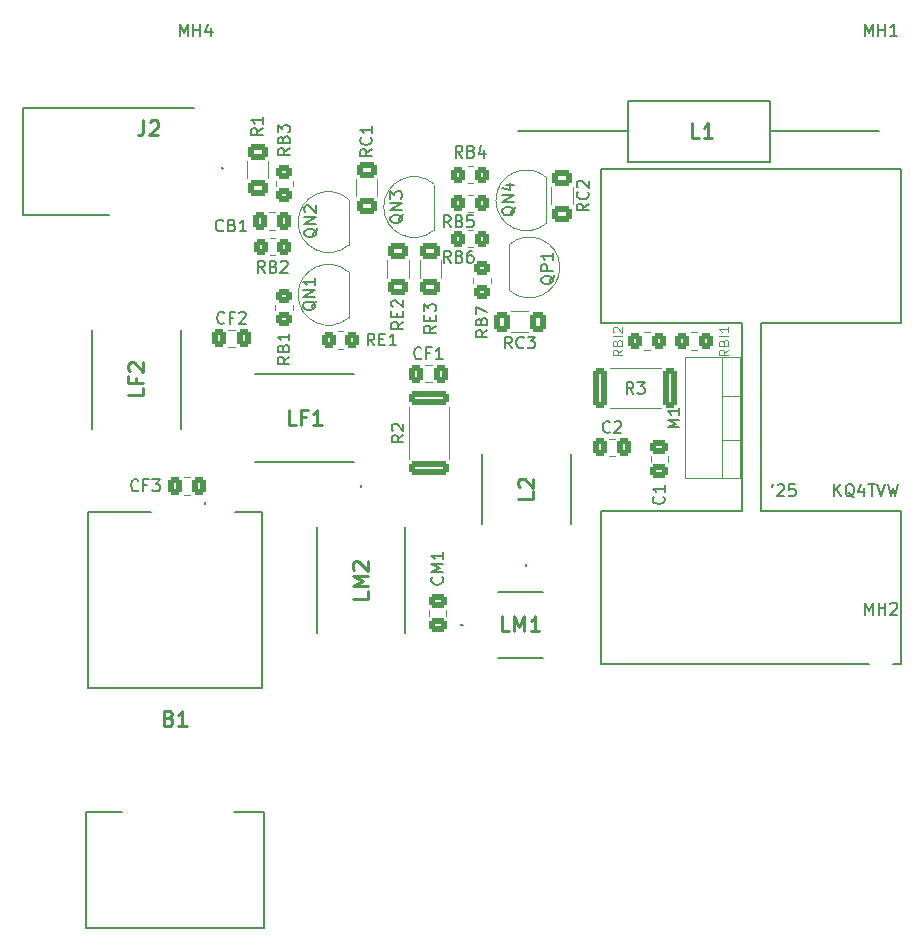
<source format=gto>
%TF.GenerationSoftware,KiCad,Pcbnew,8.0.3-8.0.3-0~ubuntu23.10.1*%
%TF.CreationDate,2025-08-07T11:45:46-04:00*%
%TF.ProjectId,28mhz_new,32386d68-7a5f-46e6-9577-2e6b69636164,rev?*%
%TF.SameCoordinates,Original*%
%TF.FileFunction,Legend,Top*%
%TF.FilePolarity,Positive*%
%FSLAX46Y46*%
G04 Gerber Fmt 4.6, Leading zero omitted, Abs format (unit mm)*
G04 Created by KiCad (PCBNEW 8.0.3-8.0.3-0~ubuntu23.10.1) date 2025-08-07 11:45:46*
%MOMM*%
%LPD*%
G01*
G04 APERTURE LIST*
G04 Aperture macros list*
%AMRoundRect*
0 Rectangle with rounded corners*
0 $1 Rounding radius*
0 $2 $3 $4 $5 $6 $7 $8 $9 X,Y pos of 4 corners*
0 Add a 4 corners polygon primitive as box body*
4,1,4,$2,$3,$4,$5,$6,$7,$8,$9,$2,$3,0*
0 Add four circle primitives for the rounded corners*
1,1,$1+$1,$2,$3*
1,1,$1+$1,$4,$5*
1,1,$1+$1,$6,$7*
1,1,$1+$1,$8,$9*
0 Add four rect primitives between the rounded corners*
20,1,$1+$1,$2,$3,$4,$5,0*
20,1,$1+$1,$4,$5,$6,$7,0*
20,1,$1+$1,$6,$7,$8,$9,0*
20,1,$1+$1,$8,$9,$2,$3,0*%
G04 Aperture macros list end*
%ADD10C,0.150000*%
%ADD11C,0.100000*%
%ADD12C,0.254000*%
%ADD13C,0.120000*%
%ADD14C,0.200000*%
%ADD15RoundRect,0.250000X0.350000X0.450000X-0.350000X0.450000X-0.350000X-0.450000X0.350000X-0.450000X0*%
%ADD16RoundRect,0.250000X-0.350000X-0.450000X0.350000X-0.450000X0.350000X0.450000X-0.350000X0.450000X0*%
%ADD17C,2.700000*%
%ADD18RoundRect,0.250000X-0.362500X-1.425000X0.362500X-1.425000X0.362500X1.425000X-0.362500X1.425000X0*%
%ADD19RoundRect,0.250000X1.425000X-0.362500X1.425000X0.362500X-1.425000X0.362500X-1.425000X-0.362500X0*%
%ADD20C,4.800000*%
%ADD21C,3.900000*%
%ADD22R,3.900000X3.900000*%
%ADD23C,3.000000*%
%ADD24C,1.446000*%
%ADD25R,1.446000X1.446000*%
%ADD26O,1.700000X1.700000*%
%ADD27R,1.700000X1.700000*%
%ADD28RoundRect,0.250000X0.625000X-0.400000X0.625000X0.400000X-0.625000X0.400000X-0.625000X-0.400000X0*%
%ADD29RoundRect,0.250000X-0.337500X-0.475000X0.337500X-0.475000X0.337500X0.475000X-0.337500X0.475000X0*%
%ADD30RoundRect,0.250000X0.337500X0.475000X-0.337500X0.475000X-0.337500X-0.475000X0.337500X-0.475000X0*%
%ADD31R,1.500000X1.050000*%
%ADD32O,1.500000X1.050000*%
%ADD33RoundRect,0.250000X-0.625000X0.400000X-0.625000X-0.400000X0.625000X-0.400000X0.625000X0.400000X0*%
%ADD34R,2.000000X1.905000*%
%ADD35O,2.000000X1.905000*%
%ADD36R,2.160000X6.730000*%
%ADD37RoundRect,0.250000X0.475000X-0.337500X0.475000X0.337500X-0.475000X0.337500X-0.475000X-0.337500X0*%
%ADD38RoundRect,0.250000X-0.450000X0.350000X-0.450000X-0.350000X0.450000X-0.350000X0.450000X0.350000X0*%
%ADD39R,2.290000X8.260000*%
%ADD40C,1.500000*%
%ADD41RoundRect,0.250000X0.400000X0.625000X-0.400000X0.625000X-0.400000X-0.625000X0.400000X-0.625000X0*%
%ADD42R,8.260000X2.290000*%
G04 APERTURE END LIST*
D10*
X124384398Y-100119819D02*
X124289160Y-100310295D01*
X124765350Y-100215057D02*
X124812969Y-100167438D01*
X124812969Y-100167438D02*
X124908207Y-100119819D01*
X124908207Y-100119819D02*
X125146302Y-100119819D01*
X125146302Y-100119819D02*
X125241540Y-100167438D01*
X125241540Y-100167438D02*
X125289159Y-100215057D01*
X125289159Y-100215057D02*
X125336778Y-100310295D01*
X125336778Y-100310295D02*
X125336778Y-100405533D01*
X125336778Y-100405533D02*
X125289159Y-100548390D01*
X125289159Y-100548390D02*
X124717731Y-101119819D01*
X124717731Y-101119819D02*
X125336778Y-101119819D01*
X126241540Y-100119819D02*
X125765350Y-100119819D01*
X125765350Y-100119819D02*
X125717731Y-100596009D01*
X125717731Y-100596009D02*
X125765350Y-100548390D01*
X125765350Y-100548390D02*
X125860588Y-100500771D01*
X125860588Y-100500771D02*
X126098683Y-100500771D01*
X126098683Y-100500771D02*
X126193921Y-100548390D01*
X126193921Y-100548390D02*
X126241540Y-100596009D01*
X126241540Y-100596009D02*
X126289159Y-100691247D01*
X126289159Y-100691247D02*
X126289159Y-100929342D01*
X126289159Y-100929342D02*
X126241540Y-101024580D01*
X126241540Y-101024580D02*
X126193921Y-101072200D01*
X126193921Y-101072200D02*
X126098683Y-101119819D01*
X126098683Y-101119819D02*
X125860588Y-101119819D01*
X125860588Y-101119819D02*
X125765350Y-101072200D01*
X125765350Y-101072200D02*
X125717731Y-101024580D01*
X129586779Y-101119819D02*
X129586779Y-100119819D01*
X130158207Y-101119819D02*
X129729636Y-100548390D01*
X130158207Y-100119819D02*
X129586779Y-100691247D01*
X131253445Y-101215057D02*
X131158207Y-101167438D01*
X131158207Y-101167438D02*
X131062969Y-101072200D01*
X131062969Y-101072200D02*
X130920112Y-100929342D01*
X130920112Y-100929342D02*
X130824874Y-100881723D01*
X130824874Y-100881723D02*
X130729636Y-100881723D01*
X130777255Y-101119819D02*
X130682017Y-101072200D01*
X130682017Y-101072200D02*
X130586779Y-100976961D01*
X130586779Y-100976961D02*
X130539160Y-100786485D01*
X130539160Y-100786485D02*
X130539160Y-100453152D01*
X130539160Y-100453152D02*
X130586779Y-100262676D01*
X130586779Y-100262676D02*
X130682017Y-100167438D01*
X130682017Y-100167438D02*
X130777255Y-100119819D01*
X130777255Y-100119819D02*
X130967731Y-100119819D01*
X130967731Y-100119819D02*
X131062969Y-100167438D01*
X131062969Y-100167438D02*
X131158207Y-100262676D01*
X131158207Y-100262676D02*
X131205826Y-100453152D01*
X131205826Y-100453152D02*
X131205826Y-100786485D01*
X131205826Y-100786485D02*
X131158207Y-100976961D01*
X131158207Y-100976961D02*
X131062969Y-101072200D01*
X131062969Y-101072200D02*
X130967731Y-101119819D01*
X130967731Y-101119819D02*
X130777255Y-101119819D01*
X132062969Y-100453152D02*
X132062969Y-101119819D01*
X131824874Y-100072200D02*
X131586779Y-100786485D01*
X131586779Y-100786485D02*
X132205826Y-100786485D01*
X132443922Y-100119819D02*
X133015350Y-100119819D01*
X132729636Y-101119819D02*
X132729636Y-100119819D01*
X133205827Y-100119819D02*
X133539160Y-101119819D01*
X133539160Y-101119819D02*
X133872493Y-100119819D01*
X134110589Y-100119819D02*
X134348684Y-101119819D01*
X134348684Y-101119819D02*
X134539160Y-100405533D01*
X134539160Y-100405533D02*
X134729636Y-101119819D01*
X134729636Y-101119819D02*
X134967732Y-100119819D01*
D11*
X111614895Y-88723808D02*
X111233942Y-88990475D01*
X111614895Y-89180951D02*
X110814895Y-89180951D01*
X110814895Y-89180951D02*
X110814895Y-88876189D01*
X110814895Y-88876189D02*
X110852990Y-88799999D01*
X110852990Y-88799999D02*
X110891085Y-88761904D01*
X110891085Y-88761904D02*
X110967276Y-88723808D01*
X110967276Y-88723808D02*
X111081561Y-88723808D01*
X111081561Y-88723808D02*
X111157752Y-88761904D01*
X111157752Y-88761904D02*
X111195847Y-88799999D01*
X111195847Y-88799999D02*
X111233942Y-88876189D01*
X111233942Y-88876189D02*
X111233942Y-89180951D01*
X111195847Y-88114285D02*
X111233942Y-87999999D01*
X111233942Y-87999999D02*
X111272038Y-87961904D01*
X111272038Y-87961904D02*
X111348228Y-87923808D01*
X111348228Y-87923808D02*
X111462514Y-87923808D01*
X111462514Y-87923808D02*
X111538704Y-87961904D01*
X111538704Y-87961904D02*
X111576800Y-87999999D01*
X111576800Y-87999999D02*
X111614895Y-88076189D01*
X111614895Y-88076189D02*
X111614895Y-88380951D01*
X111614895Y-88380951D02*
X110814895Y-88380951D01*
X110814895Y-88380951D02*
X110814895Y-88114285D01*
X110814895Y-88114285D02*
X110852990Y-88038094D01*
X110852990Y-88038094D02*
X110891085Y-87999999D01*
X110891085Y-87999999D02*
X110967276Y-87961904D01*
X110967276Y-87961904D02*
X111043466Y-87961904D01*
X111043466Y-87961904D02*
X111119657Y-87999999D01*
X111119657Y-87999999D02*
X111157752Y-88038094D01*
X111157752Y-88038094D02*
X111195847Y-88114285D01*
X111195847Y-88114285D02*
X111195847Y-88380951D01*
X111614895Y-87580951D02*
X110814895Y-87580951D01*
X110891085Y-87238095D02*
X110852990Y-87199999D01*
X110852990Y-87199999D02*
X110814895Y-87123809D01*
X110814895Y-87123809D02*
X110814895Y-86933333D01*
X110814895Y-86933333D02*
X110852990Y-86857142D01*
X110852990Y-86857142D02*
X110891085Y-86819047D01*
X110891085Y-86819047D02*
X110967276Y-86780952D01*
X110967276Y-86780952D02*
X111043466Y-86780952D01*
X111043466Y-86780952D02*
X111157752Y-86819047D01*
X111157752Y-86819047D02*
X111614895Y-87276190D01*
X111614895Y-87276190D02*
X111614895Y-86780952D01*
X120614895Y-88723808D02*
X120233942Y-88990475D01*
X120614895Y-89180951D02*
X119814895Y-89180951D01*
X119814895Y-89180951D02*
X119814895Y-88876189D01*
X119814895Y-88876189D02*
X119852990Y-88799999D01*
X119852990Y-88799999D02*
X119891085Y-88761904D01*
X119891085Y-88761904D02*
X119967276Y-88723808D01*
X119967276Y-88723808D02*
X120081561Y-88723808D01*
X120081561Y-88723808D02*
X120157752Y-88761904D01*
X120157752Y-88761904D02*
X120195847Y-88799999D01*
X120195847Y-88799999D02*
X120233942Y-88876189D01*
X120233942Y-88876189D02*
X120233942Y-89180951D01*
X120195847Y-88114285D02*
X120233942Y-87999999D01*
X120233942Y-87999999D02*
X120272038Y-87961904D01*
X120272038Y-87961904D02*
X120348228Y-87923808D01*
X120348228Y-87923808D02*
X120462514Y-87923808D01*
X120462514Y-87923808D02*
X120538704Y-87961904D01*
X120538704Y-87961904D02*
X120576800Y-87999999D01*
X120576800Y-87999999D02*
X120614895Y-88076189D01*
X120614895Y-88076189D02*
X120614895Y-88380951D01*
X120614895Y-88380951D02*
X119814895Y-88380951D01*
X119814895Y-88380951D02*
X119814895Y-88114285D01*
X119814895Y-88114285D02*
X119852990Y-88038094D01*
X119852990Y-88038094D02*
X119891085Y-87999999D01*
X119891085Y-87999999D02*
X119967276Y-87961904D01*
X119967276Y-87961904D02*
X120043466Y-87961904D01*
X120043466Y-87961904D02*
X120119657Y-87999999D01*
X120119657Y-87999999D02*
X120157752Y-88038094D01*
X120157752Y-88038094D02*
X120195847Y-88114285D01*
X120195847Y-88114285D02*
X120195847Y-88380951D01*
X120614895Y-87580951D02*
X119814895Y-87580951D01*
X120614895Y-86780952D02*
X120614895Y-87238095D01*
X120614895Y-87009523D02*
X119814895Y-87009523D01*
X119814895Y-87009523D02*
X119929180Y-87085714D01*
X119929180Y-87085714D02*
X120005371Y-87161904D01*
X120005371Y-87161904D02*
X120043466Y-87238095D01*
D10*
X132176667Y-111154819D02*
X132176667Y-110154819D01*
X132176667Y-110154819D02*
X132510000Y-110869104D01*
X132510000Y-110869104D02*
X132843333Y-110154819D01*
X132843333Y-110154819D02*
X132843333Y-111154819D01*
X133319524Y-111154819D02*
X133319524Y-110154819D01*
X133319524Y-110631009D02*
X133890952Y-110631009D01*
X133890952Y-111154819D02*
X133890952Y-110154819D01*
X134319524Y-110250057D02*
X134367143Y-110202438D01*
X134367143Y-110202438D02*
X134462381Y-110154819D01*
X134462381Y-110154819D02*
X134700476Y-110154819D01*
X134700476Y-110154819D02*
X134795714Y-110202438D01*
X134795714Y-110202438D02*
X134843333Y-110250057D01*
X134843333Y-110250057D02*
X134890952Y-110345295D01*
X134890952Y-110345295D02*
X134890952Y-110440533D01*
X134890952Y-110440533D02*
X134843333Y-110583390D01*
X134843333Y-110583390D02*
X134271905Y-111154819D01*
X134271905Y-111154819D02*
X134890952Y-111154819D01*
X132166667Y-62154819D02*
X132166667Y-61154819D01*
X132166667Y-61154819D02*
X132500000Y-61869104D01*
X132500000Y-61869104D02*
X132833333Y-61154819D01*
X132833333Y-61154819D02*
X132833333Y-62154819D01*
X133309524Y-62154819D02*
X133309524Y-61154819D01*
X133309524Y-61631009D02*
X133880952Y-61631009D01*
X133880952Y-62154819D02*
X133880952Y-61154819D01*
X134880952Y-62154819D02*
X134309524Y-62154819D01*
X134595238Y-62154819D02*
X134595238Y-61154819D01*
X134595238Y-61154819D02*
X134500000Y-61297676D01*
X134500000Y-61297676D02*
X134404762Y-61392914D01*
X134404762Y-61392914D02*
X134309524Y-61440533D01*
X112570833Y-92454819D02*
X112237500Y-91978628D01*
X111999405Y-92454819D02*
X111999405Y-91454819D01*
X111999405Y-91454819D02*
X112380357Y-91454819D01*
X112380357Y-91454819D02*
X112475595Y-91502438D01*
X112475595Y-91502438D02*
X112523214Y-91550057D01*
X112523214Y-91550057D02*
X112570833Y-91645295D01*
X112570833Y-91645295D02*
X112570833Y-91788152D01*
X112570833Y-91788152D02*
X112523214Y-91883390D01*
X112523214Y-91883390D02*
X112475595Y-91931009D01*
X112475595Y-91931009D02*
X112380357Y-91978628D01*
X112380357Y-91978628D02*
X111999405Y-91978628D01*
X112904167Y-91454819D02*
X113523214Y-91454819D01*
X113523214Y-91454819D02*
X113189881Y-91835771D01*
X113189881Y-91835771D02*
X113332738Y-91835771D01*
X113332738Y-91835771D02*
X113427976Y-91883390D01*
X113427976Y-91883390D02*
X113475595Y-91931009D01*
X113475595Y-91931009D02*
X113523214Y-92026247D01*
X113523214Y-92026247D02*
X113523214Y-92264342D01*
X113523214Y-92264342D02*
X113475595Y-92359580D01*
X113475595Y-92359580D02*
X113427976Y-92407200D01*
X113427976Y-92407200D02*
X113332738Y-92454819D01*
X113332738Y-92454819D02*
X113047024Y-92454819D01*
X113047024Y-92454819D02*
X112951786Y-92407200D01*
X112951786Y-92407200D02*
X112904167Y-92359580D01*
X93084819Y-95954166D02*
X92608628Y-96287499D01*
X93084819Y-96525594D02*
X92084819Y-96525594D01*
X92084819Y-96525594D02*
X92084819Y-96144642D01*
X92084819Y-96144642D02*
X92132438Y-96049404D01*
X92132438Y-96049404D02*
X92180057Y-96001785D01*
X92180057Y-96001785D02*
X92275295Y-95954166D01*
X92275295Y-95954166D02*
X92418152Y-95954166D01*
X92418152Y-95954166D02*
X92513390Y-96001785D01*
X92513390Y-96001785D02*
X92561009Y-96049404D01*
X92561009Y-96049404D02*
X92608628Y-96144642D01*
X92608628Y-96144642D02*
X92608628Y-96525594D01*
X92180057Y-95573213D02*
X92132438Y-95525594D01*
X92132438Y-95525594D02*
X92084819Y-95430356D01*
X92084819Y-95430356D02*
X92084819Y-95192261D01*
X92084819Y-95192261D02*
X92132438Y-95097023D01*
X92132438Y-95097023D02*
X92180057Y-95049404D01*
X92180057Y-95049404D02*
X92275295Y-95001785D01*
X92275295Y-95001785D02*
X92370533Y-95001785D01*
X92370533Y-95001785D02*
X92513390Y-95049404D01*
X92513390Y-95049404D02*
X93084819Y-95620832D01*
X93084819Y-95620832D02*
X93084819Y-95001785D01*
D12*
X71076667Y-69304318D02*
X71076667Y-70211461D01*
X71076667Y-70211461D02*
X71016190Y-70392889D01*
X71016190Y-70392889D02*
X70895238Y-70513842D01*
X70895238Y-70513842D02*
X70713809Y-70574318D01*
X70713809Y-70574318D02*
X70592857Y-70574318D01*
X71620952Y-69425270D02*
X71681428Y-69364794D01*
X71681428Y-69364794D02*
X71802381Y-69304318D01*
X71802381Y-69304318D02*
X72104762Y-69304318D01*
X72104762Y-69304318D02*
X72225714Y-69364794D01*
X72225714Y-69364794D02*
X72286190Y-69425270D01*
X72286190Y-69425270D02*
X72346667Y-69546222D01*
X72346667Y-69546222D02*
X72346667Y-69667175D01*
X72346667Y-69667175D02*
X72286190Y-69848603D01*
X72286190Y-69848603D02*
X71560476Y-70574318D01*
X71560476Y-70574318D02*
X72346667Y-70574318D01*
X73235952Y-119898080D02*
X73417380Y-119958556D01*
X73417380Y-119958556D02*
X73477857Y-120019032D01*
X73477857Y-120019032D02*
X73538333Y-120139984D01*
X73538333Y-120139984D02*
X73538333Y-120321413D01*
X73538333Y-120321413D02*
X73477857Y-120442365D01*
X73477857Y-120442365D02*
X73417380Y-120502842D01*
X73417380Y-120502842D02*
X73296428Y-120563318D01*
X73296428Y-120563318D02*
X72812618Y-120563318D01*
X72812618Y-120563318D02*
X72812618Y-119293318D01*
X72812618Y-119293318D02*
X73235952Y-119293318D01*
X73235952Y-119293318D02*
X73356904Y-119353794D01*
X73356904Y-119353794D02*
X73417380Y-119414270D01*
X73417380Y-119414270D02*
X73477857Y-119535222D01*
X73477857Y-119535222D02*
X73477857Y-119656175D01*
X73477857Y-119656175D02*
X73417380Y-119777127D01*
X73417380Y-119777127D02*
X73356904Y-119837603D01*
X73356904Y-119837603D02*
X73235952Y-119898080D01*
X73235952Y-119898080D02*
X72812618Y-119898080D01*
X74747857Y-120563318D02*
X74022142Y-120563318D01*
X74384999Y-120563318D02*
X74384999Y-119293318D01*
X74384999Y-119293318D02*
X74264047Y-119474746D01*
X74264047Y-119474746D02*
X74143095Y-119595699D01*
X74143095Y-119595699D02*
X74022142Y-119656175D01*
D10*
X81204819Y-69966666D02*
X80728628Y-70299999D01*
X81204819Y-70538094D02*
X80204819Y-70538094D01*
X80204819Y-70538094D02*
X80204819Y-70157142D01*
X80204819Y-70157142D02*
X80252438Y-70061904D01*
X80252438Y-70061904D02*
X80300057Y-70014285D01*
X80300057Y-70014285D02*
X80395295Y-69966666D01*
X80395295Y-69966666D02*
X80538152Y-69966666D01*
X80538152Y-69966666D02*
X80633390Y-70014285D01*
X80633390Y-70014285D02*
X80681009Y-70061904D01*
X80681009Y-70061904D02*
X80728628Y-70157142D01*
X80728628Y-70157142D02*
X80728628Y-70538094D01*
X81204819Y-69014285D02*
X81204819Y-69585713D01*
X81204819Y-69299999D02*
X80204819Y-69299999D01*
X80204819Y-69299999D02*
X80347676Y-69395237D01*
X80347676Y-69395237D02*
X80442914Y-69490475D01*
X80442914Y-69490475D02*
X80490533Y-69585713D01*
X70654761Y-100609580D02*
X70607142Y-100657200D01*
X70607142Y-100657200D02*
X70464285Y-100704819D01*
X70464285Y-100704819D02*
X70369047Y-100704819D01*
X70369047Y-100704819D02*
X70226190Y-100657200D01*
X70226190Y-100657200D02*
X70130952Y-100561961D01*
X70130952Y-100561961D02*
X70083333Y-100466723D01*
X70083333Y-100466723D02*
X70035714Y-100276247D01*
X70035714Y-100276247D02*
X70035714Y-100133390D01*
X70035714Y-100133390D02*
X70083333Y-99942914D01*
X70083333Y-99942914D02*
X70130952Y-99847676D01*
X70130952Y-99847676D02*
X70226190Y-99752438D01*
X70226190Y-99752438D02*
X70369047Y-99704819D01*
X70369047Y-99704819D02*
X70464285Y-99704819D01*
X70464285Y-99704819D02*
X70607142Y-99752438D01*
X70607142Y-99752438D02*
X70654761Y-99800057D01*
X71416666Y-100181009D02*
X71083333Y-100181009D01*
X71083333Y-100704819D02*
X71083333Y-99704819D01*
X71083333Y-99704819D02*
X71559523Y-99704819D01*
X71845238Y-99704819D02*
X72464285Y-99704819D01*
X72464285Y-99704819D02*
X72130952Y-100085771D01*
X72130952Y-100085771D02*
X72273809Y-100085771D01*
X72273809Y-100085771D02*
X72369047Y-100133390D01*
X72369047Y-100133390D02*
X72416666Y-100181009D01*
X72416666Y-100181009D02*
X72464285Y-100276247D01*
X72464285Y-100276247D02*
X72464285Y-100514342D01*
X72464285Y-100514342D02*
X72416666Y-100609580D01*
X72416666Y-100609580D02*
X72369047Y-100657200D01*
X72369047Y-100657200D02*
X72273809Y-100704819D01*
X72273809Y-100704819D02*
X71988095Y-100704819D01*
X71988095Y-100704819D02*
X71892857Y-100657200D01*
X71892857Y-100657200D02*
X71845238Y-100609580D01*
X77833333Y-78609580D02*
X77785714Y-78657200D01*
X77785714Y-78657200D02*
X77642857Y-78704819D01*
X77642857Y-78704819D02*
X77547619Y-78704819D01*
X77547619Y-78704819D02*
X77404762Y-78657200D01*
X77404762Y-78657200D02*
X77309524Y-78561961D01*
X77309524Y-78561961D02*
X77261905Y-78466723D01*
X77261905Y-78466723D02*
X77214286Y-78276247D01*
X77214286Y-78276247D02*
X77214286Y-78133390D01*
X77214286Y-78133390D02*
X77261905Y-77942914D01*
X77261905Y-77942914D02*
X77309524Y-77847676D01*
X77309524Y-77847676D02*
X77404762Y-77752438D01*
X77404762Y-77752438D02*
X77547619Y-77704819D01*
X77547619Y-77704819D02*
X77642857Y-77704819D01*
X77642857Y-77704819D02*
X77785714Y-77752438D01*
X77785714Y-77752438D02*
X77833333Y-77800057D01*
X78595238Y-78181009D02*
X78738095Y-78228628D01*
X78738095Y-78228628D02*
X78785714Y-78276247D01*
X78785714Y-78276247D02*
X78833333Y-78371485D01*
X78833333Y-78371485D02*
X78833333Y-78514342D01*
X78833333Y-78514342D02*
X78785714Y-78609580D01*
X78785714Y-78609580D02*
X78738095Y-78657200D01*
X78738095Y-78657200D02*
X78642857Y-78704819D01*
X78642857Y-78704819D02*
X78261905Y-78704819D01*
X78261905Y-78704819D02*
X78261905Y-77704819D01*
X78261905Y-77704819D02*
X78595238Y-77704819D01*
X78595238Y-77704819D02*
X78690476Y-77752438D01*
X78690476Y-77752438D02*
X78738095Y-77800057D01*
X78738095Y-77800057D02*
X78785714Y-77895295D01*
X78785714Y-77895295D02*
X78785714Y-77990533D01*
X78785714Y-77990533D02*
X78738095Y-78085771D01*
X78738095Y-78085771D02*
X78690476Y-78133390D01*
X78690476Y-78133390D02*
X78595238Y-78181009D01*
X78595238Y-78181009D02*
X78261905Y-78181009D01*
X79785714Y-78704819D02*
X79214286Y-78704819D01*
X79500000Y-78704819D02*
X79500000Y-77704819D01*
X79500000Y-77704819D02*
X79404762Y-77847676D01*
X79404762Y-77847676D02*
X79309524Y-77942914D01*
X79309524Y-77942914D02*
X79214286Y-77990533D01*
X81333333Y-82204819D02*
X81000000Y-81728628D01*
X80761905Y-82204819D02*
X80761905Y-81204819D01*
X80761905Y-81204819D02*
X81142857Y-81204819D01*
X81142857Y-81204819D02*
X81238095Y-81252438D01*
X81238095Y-81252438D02*
X81285714Y-81300057D01*
X81285714Y-81300057D02*
X81333333Y-81395295D01*
X81333333Y-81395295D02*
X81333333Y-81538152D01*
X81333333Y-81538152D02*
X81285714Y-81633390D01*
X81285714Y-81633390D02*
X81238095Y-81681009D01*
X81238095Y-81681009D02*
X81142857Y-81728628D01*
X81142857Y-81728628D02*
X80761905Y-81728628D01*
X82095238Y-81681009D02*
X82238095Y-81728628D01*
X82238095Y-81728628D02*
X82285714Y-81776247D01*
X82285714Y-81776247D02*
X82333333Y-81871485D01*
X82333333Y-81871485D02*
X82333333Y-82014342D01*
X82333333Y-82014342D02*
X82285714Y-82109580D01*
X82285714Y-82109580D02*
X82238095Y-82157200D01*
X82238095Y-82157200D02*
X82142857Y-82204819D01*
X82142857Y-82204819D02*
X81761905Y-82204819D01*
X81761905Y-82204819D02*
X81761905Y-81204819D01*
X81761905Y-81204819D02*
X82095238Y-81204819D01*
X82095238Y-81204819D02*
X82190476Y-81252438D01*
X82190476Y-81252438D02*
X82238095Y-81300057D01*
X82238095Y-81300057D02*
X82285714Y-81395295D01*
X82285714Y-81395295D02*
X82285714Y-81490533D01*
X82285714Y-81490533D02*
X82238095Y-81585771D01*
X82238095Y-81585771D02*
X82190476Y-81633390D01*
X82190476Y-81633390D02*
X82095238Y-81681009D01*
X82095238Y-81681009D02*
X81761905Y-81681009D01*
X82714286Y-81300057D02*
X82761905Y-81252438D01*
X82761905Y-81252438D02*
X82857143Y-81204819D01*
X82857143Y-81204819D02*
X83095238Y-81204819D01*
X83095238Y-81204819D02*
X83190476Y-81252438D01*
X83190476Y-81252438D02*
X83238095Y-81300057D01*
X83238095Y-81300057D02*
X83285714Y-81395295D01*
X83285714Y-81395295D02*
X83285714Y-81490533D01*
X83285714Y-81490533D02*
X83238095Y-81633390D01*
X83238095Y-81633390D02*
X82666667Y-82204819D01*
X82666667Y-82204819D02*
X83285714Y-82204819D01*
X90630952Y-88364819D02*
X90297619Y-87888628D01*
X90059524Y-88364819D02*
X90059524Y-87364819D01*
X90059524Y-87364819D02*
X90440476Y-87364819D01*
X90440476Y-87364819D02*
X90535714Y-87412438D01*
X90535714Y-87412438D02*
X90583333Y-87460057D01*
X90583333Y-87460057D02*
X90630952Y-87555295D01*
X90630952Y-87555295D02*
X90630952Y-87698152D01*
X90630952Y-87698152D02*
X90583333Y-87793390D01*
X90583333Y-87793390D02*
X90535714Y-87841009D01*
X90535714Y-87841009D02*
X90440476Y-87888628D01*
X90440476Y-87888628D02*
X90059524Y-87888628D01*
X91059524Y-87841009D02*
X91392857Y-87841009D01*
X91535714Y-88364819D02*
X91059524Y-88364819D01*
X91059524Y-88364819D02*
X91059524Y-87364819D01*
X91059524Y-87364819D02*
X91535714Y-87364819D01*
X92488095Y-88364819D02*
X91916667Y-88364819D01*
X92202381Y-88364819D02*
X92202381Y-87364819D01*
X92202381Y-87364819D02*
X92107143Y-87507676D01*
X92107143Y-87507676D02*
X92011905Y-87602914D01*
X92011905Y-87602914D02*
X91916667Y-87650533D01*
X85800057Y-78459047D02*
X85752438Y-78554285D01*
X85752438Y-78554285D02*
X85657200Y-78649523D01*
X85657200Y-78649523D02*
X85514342Y-78792380D01*
X85514342Y-78792380D02*
X85466723Y-78887618D01*
X85466723Y-78887618D02*
X85466723Y-78982856D01*
X85704819Y-78935237D02*
X85657200Y-79030475D01*
X85657200Y-79030475D02*
X85561961Y-79125713D01*
X85561961Y-79125713D02*
X85371485Y-79173332D01*
X85371485Y-79173332D02*
X85038152Y-79173332D01*
X85038152Y-79173332D02*
X84847676Y-79125713D01*
X84847676Y-79125713D02*
X84752438Y-79030475D01*
X84752438Y-79030475D02*
X84704819Y-78935237D01*
X84704819Y-78935237D02*
X84704819Y-78744761D01*
X84704819Y-78744761D02*
X84752438Y-78649523D01*
X84752438Y-78649523D02*
X84847676Y-78554285D01*
X84847676Y-78554285D02*
X85038152Y-78506666D01*
X85038152Y-78506666D02*
X85371485Y-78506666D01*
X85371485Y-78506666D02*
X85561961Y-78554285D01*
X85561961Y-78554285D02*
X85657200Y-78649523D01*
X85657200Y-78649523D02*
X85704819Y-78744761D01*
X85704819Y-78744761D02*
X85704819Y-78935237D01*
X85704819Y-78078094D02*
X84704819Y-78078094D01*
X84704819Y-78078094D02*
X85704819Y-77506666D01*
X85704819Y-77506666D02*
X84704819Y-77506666D01*
X84800057Y-77078094D02*
X84752438Y-77030475D01*
X84752438Y-77030475D02*
X84704819Y-76935237D01*
X84704819Y-76935237D02*
X84704819Y-76697142D01*
X84704819Y-76697142D02*
X84752438Y-76601904D01*
X84752438Y-76601904D02*
X84800057Y-76554285D01*
X84800057Y-76554285D02*
X84895295Y-76506666D01*
X84895295Y-76506666D02*
X84990533Y-76506666D01*
X84990533Y-76506666D02*
X85133390Y-76554285D01*
X85133390Y-76554285D02*
X85704819Y-77125713D01*
X85704819Y-77125713D02*
X85704819Y-76506666D01*
X108774819Y-76366666D02*
X108298628Y-76699999D01*
X108774819Y-76938094D02*
X107774819Y-76938094D01*
X107774819Y-76938094D02*
X107774819Y-76557142D01*
X107774819Y-76557142D02*
X107822438Y-76461904D01*
X107822438Y-76461904D02*
X107870057Y-76414285D01*
X107870057Y-76414285D02*
X107965295Y-76366666D01*
X107965295Y-76366666D02*
X108108152Y-76366666D01*
X108108152Y-76366666D02*
X108203390Y-76414285D01*
X108203390Y-76414285D02*
X108251009Y-76461904D01*
X108251009Y-76461904D02*
X108298628Y-76557142D01*
X108298628Y-76557142D02*
X108298628Y-76938094D01*
X108679580Y-75366666D02*
X108727200Y-75414285D01*
X108727200Y-75414285D02*
X108774819Y-75557142D01*
X108774819Y-75557142D02*
X108774819Y-75652380D01*
X108774819Y-75652380D02*
X108727200Y-75795237D01*
X108727200Y-75795237D02*
X108631961Y-75890475D01*
X108631961Y-75890475D02*
X108536723Y-75938094D01*
X108536723Y-75938094D02*
X108346247Y-75985713D01*
X108346247Y-75985713D02*
X108203390Y-75985713D01*
X108203390Y-75985713D02*
X108012914Y-75938094D01*
X108012914Y-75938094D02*
X107917676Y-75890475D01*
X107917676Y-75890475D02*
X107822438Y-75795237D01*
X107822438Y-75795237D02*
X107774819Y-75652380D01*
X107774819Y-75652380D02*
X107774819Y-75557142D01*
X107774819Y-75557142D02*
X107822438Y-75414285D01*
X107822438Y-75414285D02*
X107870057Y-75366666D01*
X107870057Y-74985713D02*
X107822438Y-74938094D01*
X107822438Y-74938094D02*
X107774819Y-74842856D01*
X107774819Y-74842856D02*
X107774819Y-74604761D01*
X107774819Y-74604761D02*
X107822438Y-74509523D01*
X107822438Y-74509523D02*
X107870057Y-74461904D01*
X107870057Y-74461904D02*
X107965295Y-74414285D01*
X107965295Y-74414285D02*
X108060533Y-74414285D01*
X108060533Y-74414285D02*
X108203390Y-74461904D01*
X108203390Y-74461904D02*
X108774819Y-75033332D01*
X108774819Y-75033332D02*
X108774819Y-74414285D01*
X116454819Y-95309523D02*
X115454819Y-95309523D01*
X115454819Y-95309523D02*
X116169104Y-94976190D01*
X116169104Y-94976190D02*
X115454819Y-94642857D01*
X115454819Y-94642857D02*
X116454819Y-94642857D01*
X116454819Y-93642857D02*
X116454819Y-94214285D01*
X116454819Y-93928571D02*
X115454819Y-93928571D01*
X115454819Y-93928571D02*
X115597676Y-94023809D01*
X115597676Y-94023809D02*
X115692914Y-94119047D01*
X115692914Y-94119047D02*
X115740533Y-94214285D01*
X98083333Y-72454819D02*
X97750000Y-71978628D01*
X97511905Y-72454819D02*
X97511905Y-71454819D01*
X97511905Y-71454819D02*
X97892857Y-71454819D01*
X97892857Y-71454819D02*
X97988095Y-71502438D01*
X97988095Y-71502438D02*
X98035714Y-71550057D01*
X98035714Y-71550057D02*
X98083333Y-71645295D01*
X98083333Y-71645295D02*
X98083333Y-71788152D01*
X98083333Y-71788152D02*
X98035714Y-71883390D01*
X98035714Y-71883390D02*
X97988095Y-71931009D01*
X97988095Y-71931009D02*
X97892857Y-71978628D01*
X97892857Y-71978628D02*
X97511905Y-71978628D01*
X98845238Y-71931009D02*
X98988095Y-71978628D01*
X98988095Y-71978628D02*
X99035714Y-72026247D01*
X99035714Y-72026247D02*
X99083333Y-72121485D01*
X99083333Y-72121485D02*
X99083333Y-72264342D01*
X99083333Y-72264342D02*
X99035714Y-72359580D01*
X99035714Y-72359580D02*
X98988095Y-72407200D01*
X98988095Y-72407200D02*
X98892857Y-72454819D01*
X98892857Y-72454819D02*
X98511905Y-72454819D01*
X98511905Y-72454819D02*
X98511905Y-71454819D01*
X98511905Y-71454819D02*
X98845238Y-71454819D01*
X98845238Y-71454819D02*
X98940476Y-71502438D01*
X98940476Y-71502438D02*
X98988095Y-71550057D01*
X98988095Y-71550057D02*
X99035714Y-71645295D01*
X99035714Y-71645295D02*
X99035714Y-71740533D01*
X99035714Y-71740533D02*
X98988095Y-71835771D01*
X98988095Y-71835771D02*
X98940476Y-71883390D01*
X98940476Y-71883390D02*
X98845238Y-71931009D01*
X98845238Y-71931009D02*
X98511905Y-71931009D01*
X99940476Y-71788152D02*
X99940476Y-72454819D01*
X99702381Y-71407200D02*
X99464286Y-72121485D01*
X99464286Y-72121485D02*
X100083333Y-72121485D01*
D12*
X102062618Y-112574318D02*
X101457856Y-112574318D01*
X101457856Y-112574318D02*
X101457856Y-111304318D01*
X102485951Y-112574318D02*
X102485951Y-111304318D01*
X102485951Y-111304318D02*
X102909285Y-112211461D01*
X102909285Y-112211461D02*
X103332618Y-111304318D01*
X103332618Y-111304318D02*
X103332618Y-112574318D01*
X104602619Y-112574318D02*
X103876904Y-112574318D01*
X104239761Y-112574318D02*
X104239761Y-111304318D01*
X104239761Y-111304318D02*
X104118809Y-111485746D01*
X104118809Y-111485746D02*
X103997857Y-111606699D01*
X103997857Y-111606699D02*
X103876904Y-111667175D01*
D10*
X115109580Y-101166666D02*
X115157200Y-101214285D01*
X115157200Y-101214285D02*
X115204819Y-101357142D01*
X115204819Y-101357142D02*
X115204819Y-101452380D01*
X115204819Y-101452380D02*
X115157200Y-101595237D01*
X115157200Y-101595237D02*
X115061961Y-101690475D01*
X115061961Y-101690475D02*
X114966723Y-101738094D01*
X114966723Y-101738094D02*
X114776247Y-101785713D01*
X114776247Y-101785713D02*
X114633390Y-101785713D01*
X114633390Y-101785713D02*
X114442914Y-101738094D01*
X114442914Y-101738094D02*
X114347676Y-101690475D01*
X114347676Y-101690475D02*
X114252438Y-101595237D01*
X114252438Y-101595237D02*
X114204819Y-101452380D01*
X114204819Y-101452380D02*
X114204819Y-101357142D01*
X114204819Y-101357142D02*
X114252438Y-101214285D01*
X114252438Y-101214285D02*
X114300057Y-101166666D01*
X115204819Y-100214285D02*
X115204819Y-100785713D01*
X115204819Y-100499999D02*
X114204819Y-100499999D01*
X114204819Y-100499999D02*
X114347676Y-100595237D01*
X114347676Y-100595237D02*
X114442914Y-100690475D01*
X114442914Y-100690475D02*
X114490533Y-100785713D01*
X83454819Y-71666666D02*
X82978628Y-71999999D01*
X83454819Y-72238094D02*
X82454819Y-72238094D01*
X82454819Y-72238094D02*
X82454819Y-71857142D01*
X82454819Y-71857142D02*
X82502438Y-71761904D01*
X82502438Y-71761904D02*
X82550057Y-71714285D01*
X82550057Y-71714285D02*
X82645295Y-71666666D01*
X82645295Y-71666666D02*
X82788152Y-71666666D01*
X82788152Y-71666666D02*
X82883390Y-71714285D01*
X82883390Y-71714285D02*
X82931009Y-71761904D01*
X82931009Y-71761904D02*
X82978628Y-71857142D01*
X82978628Y-71857142D02*
X82978628Y-72238094D01*
X82931009Y-70904761D02*
X82978628Y-70761904D01*
X82978628Y-70761904D02*
X83026247Y-70714285D01*
X83026247Y-70714285D02*
X83121485Y-70666666D01*
X83121485Y-70666666D02*
X83264342Y-70666666D01*
X83264342Y-70666666D02*
X83359580Y-70714285D01*
X83359580Y-70714285D02*
X83407200Y-70761904D01*
X83407200Y-70761904D02*
X83454819Y-70857142D01*
X83454819Y-70857142D02*
X83454819Y-71238094D01*
X83454819Y-71238094D02*
X82454819Y-71238094D01*
X82454819Y-71238094D02*
X82454819Y-70904761D01*
X82454819Y-70904761D02*
X82502438Y-70809523D01*
X82502438Y-70809523D02*
X82550057Y-70761904D01*
X82550057Y-70761904D02*
X82645295Y-70714285D01*
X82645295Y-70714285D02*
X82740533Y-70714285D01*
X82740533Y-70714285D02*
X82835771Y-70761904D01*
X82835771Y-70761904D02*
X82883390Y-70809523D01*
X82883390Y-70809523D02*
X82931009Y-70904761D01*
X82931009Y-70904761D02*
X82931009Y-71238094D01*
X82454819Y-70333332D02*
X82454819Y-69714285D01*
X82454819Y-69714285D02*
X82835771Y-70047618D01*
X82835771Y-70047618D02*
X82835771Y-69904761D01*
X82835771Y-69904761D02*
X82883390Y-69809523D01*
X82883390Y-69809523D02*
X82931009Y-69761904D01*
X82931009Y-69761904D02*
X83026247Y-69714285D01*
X83026247Y-69714285D02*
X83264342Y-69714285D01*
X83264342Y-69714285D02*
X83359580Y-69761904D01*
X83359580Y-69761904D02*
X83407200Y-69809523D01*
X83407200Y-69809523D02*
X83454819Y-69904761D01*
X83454819Y-69904761D02*
X83454819Y-70190475D01*
X83454819Y-70190475D02*
X83407200Y-70285713D01*
X83407200Y-70285713D02*
X83359580Y-70333332D01*
X97083333Y-81354819D02*
X96750000Y-80878628D01*
X96511905Y-81354819D02*
X96511905Y-80354819D01*
X96511905Y-80354819D02*
X96892857Y-80354819D01*
X96892857Y-80354819D02*
X96988095Y-80402438D01*
X96988095Y-80402438D02*
X97035714Y-80450057D01*
X97035714Y-80450057D02*
X97083333Y-80545295D01*
X97083333Y-80545295D02*
X97083333Y-80688152D01*
X97083333Y-80688152D02*
X97035714Y-80783390D01*
X97035714Y-80783390D02*
X96988095Y-80831009D01*
X96988095Y-80831009D02*
X96892857Y-80878628D01*
X96892857Y-80878628D02*
X96511905Y-80878628D01*
X97845238Y-80831009D02*
X97988095Y-80878628D01*
X97988095Y-80878628D02*
X98035714Y-80926247D01*
X98035714Y-80926247D02*
X98083333Y-81021485D01*
X98083333Y-81021485D02*
X98083333Y-81164342D01*
X98083333Y-81164342D02*
X98035714Y-81259580D01*
X98035714Y-81259580D02*
X97988095Y-81307200D01*
X97988095Y-81307200D02*
X97892857Y-81354819D01*
X97892857Y-81354819D02*
X97511905Y-81354819D01*
X97511905Y-81354819D02*
X97511905Y-80354819D01*
X97511905Y-80354819D02*
X97845238Y-80354819D01*
X97845238Y-80354819D02*
X97940476Y-80402438D01*
X97940476Y-80402438D02*
X97988095Y-80450057D01*
X97988095Y-80450057D02*
X98035714Y-80545295D01*
X98035714Y-80545295D02*
X98035714Y-80640533D01*
X98035714Y-80640533D02*
X97988095Y-80735771D01*
X97988095Y-80735771D02*
X97940476Y-80783390D01*
X97940476Y-80783390D02*
X97845238Y-80831009D01*
X97845238Y-80831009D02*
X97511905Y-80831009D01*
X98940476Y-80354819D02*
X98750000Y-80354819D01*
X98750000Y-80354819D02*
X98654762Y-80402438D01*
X98654762Y-80402438D02*
X98607143Y-80450057D01*
X98607143Y-80450057D02*
X98511905Y-80592914D01*
X98511905Y-80592914D02*
X98464286Y-80783390D01*
X98464286Y-80783390D02*
X98464286Y-81164342D01*
X98464286Y-81164342D02*
X98511905Y-81259580D01*
X98511905Y-81259580D02*
X98559524Y-81307200D01*
X98559524Y-81307200D02*
X98654762Y-81354819D01*
X98654762Y-81354819D02*
X98845238Y-81354819D01*
X98845238Y-81354819D02*
X98940476Y-81307200D01*
X98940476Y-81307200D02*
X98988095Y-81259580D01*
X98988095Y-81259580D02*
X99035714Y-81164342D01*
X99035714Y-81164342D02*
X99035714Y-80926247D01*
X99035714Y-80926247D02*
X98988095Y-80831009D01*
X98988095Y-80831009D02*
X98940476Y-80783390D01*
X98940476Y-80783390D02*
X98845238Y-80735771D01*
X98845238Y-80735771D02*
X98654762Y-80735771D01*
X98654762Y-80735771D02*
X98559524Y-80783390D01*
X98559524Y-80783390D02*
X98511905Y-80831009D01*
X98511905Y-80831009D02*
X98464286Y-80926247D01*
D12*
X83994047Y-95074318D02*
X83389285Y-95074318D01*
X83389285Y-95074318D02*
X83389285Y-93804318D01*
X84840714Y-94409080D02*
X84417380Y-94409080D01*
X84417380Y-95074318D02*
X84417380Y-93804318D01*
X84417380Y-93804318D02*
X85022142Y-93804318D01*
X86171190Y-95074318D02*
X85445475Y-95074318D01*
X85808332Y-95074318D02*
X85808332Y-93804318D01*
X85808332Y-93804318D02*
X85687380Y-93985746D01*
X85687380Y-93985746D02*
X85566428Y-94106699D01*
X85566428Y-94106699D02*
X85445475Y-94167175D01*
X118138333Y-70824318D02*
X117533571Y-70824318D01*
X117533571Y-70824318D02*
X117533571Y-69554318D01*
X119226905Y-70824318D02*
X118501190Y-70824318D01*
X118864047Y-70824318D02*
X118864047Y-69554318D01*
X118864047Y-69554318D02*
X118743095Y-69735746D01*
X118743095Y-69735746D02*
X118622143Y-69856699D01*
X118622143Y-69856699D02*
X118501190Y-69917175D01*
D10*
X110583333Y-95679580D02*
X110535714Y-95727200D01*
X110535714Y-95727200D02*
X110392857Y-95774819D01*
X110392857Y-95774819D02*
X110297619Y-95774819D01*
X110297619Y-95774819D02*
X110154762Y-95727200D01*
X110154762Y-95727200D02*
X110059524Y-95631961D01*
X110059524Y-95631961D02*
X110011905Y-95536723D01*
X110011905Y-95536723D02*
X109964286Y-95346247D01*
X109964286Y-95346247D02*
X109964286Y-95203390D01*
X109964286Y-95203390D02*
X110011905Y-95012914D01*
X110011905Y-95012914D02*
X110059524Y-94917676D01*
X110059524Y-94917676D02*
X110154762Y-94822438D01*
X110154762Y-94822438D02*
X110297619Y-94774819D01*
X110297619Y-94774819D02*
X110392857Y-94774819D01*
X110392857Y-94774819D02*
X110535714Y-94822438D01*
X110535714Y-94822438D02*
X110583333Y-94870057D01*
X110964286Y-94870057D02*
X111011905Y-94822438D01*
X111011905Y-94822438D02*
X111107143Y-94774819D01*
X111107143Y-94774819D02*
X111345238Y-94774819D01*
X111345238Y-94774819D02*
X111440476Y-94822438D01*
X111440476Y-94822438D02*
X111488095Y-94870057D01*
X111488095Y-94870057D02*
X111535714Y-94965295D01*
X111535714Y-94965295D02*
X111535714Y-95060533D01*
X111535714Y-95060533D02*
X111488095Y-95203390D01*
X111488095Y-95203390D02*
X110916667Y-95774819D01*
X110916667Y-95774819D02*
X111535714Y-95774819D01*
X102283333Y-88614819D02*
X101950000Y-88138628D01*
X101711905Y-88614819D02*
X101711905Y-87614819D01*
X101711905Y-87614819D02*
X102092857Y-87614819D01*
X102092857Y-87614819D02*
X102188095Y-87662438D01*
X102188095Y-87662438D02*
X102235714Y-87710057D01*
X102235714Y-87710057D02*
X102283333Y-87805295D01*
X102283333Y-87805295D02*
X102283333Y-87948152D01*
X102283333Y-87948152D02*
X102235714Y-88043390D01*
X102235714Y-88043390D02*
X102188095Y-88091009D01*
X102188095Y-88091009D02*
X102092857Y-88138628D01*
X102092857Y-88138628D02*
X101711905Y-88138628D01*
X103283333Y-88519580D02*
X103235714Y-88567200D01*
X103235714Y-88567200D02*
X103092857Y-88614819D01*
X103092857Y-88614819D02*
X102997619Y-88614819D01*
X102997619Y-88614819D02*
X102854762Y-88567200D01*
X102854762Y-88567200D02*
X102759524Y-88471961D01*
X102759524Y-88471961D02*
X102711905Y-88376723D01*
X102711905Y-88376723D02*
X102664286Y-88186247D01*
X102664286Y-88186247D02*
X102664286Y-88043390D01*
X102664286Y-88043390D02*
X102711905Y-87852914D01*
X102711905Y-87852914D02*
X102759524Y-87757676D01*
X102759524Y-87757676D02*
X102854762Y-87662438D01*
X102854762Y-87662438D02*
X102997619Y-87614819D01*
X102997619Y-87614819D02*
X103092857Y-87614819D01*
X103092857Y-87614819D02*
X103235714Y-87662438D01*
X103235714Y-87662438D02*
X103283333Y-87710057D01*
X103616667Y-87614819D02*
X104235714Y-87614819D01*
X104235714Y-87614819D02*
X103902381Y-87995771D01*
X103902381Y-87995771D02*
X104045238Y-87995771D01*
X104045238Y-87995771D02*
X104140476Y-88043390D01*
X104140476Y-88043390D02*
X104188095Y-88091009D01*
X104188095Y-88091009D02*
X104235714Y-88186247D01*
X104235714Y-88186247D02*
X104235714Y-88424342D01*
X104235714Y-88424342D02*
X104188095Y-88519580D01*
X104188095Y-88519580D02*
X104140476Y-88567200D01*
X104140476Y-88567200D02*
X104045238Y-88614819D01*
X104045238Y-88614819D02*
X103759524Y-88614819D01*
X103759524Y-88614819D02*
X103664286Y-88567200D01*
X103664286Y-88567200D02*
X103616667Y-88519580D01*
D12*
X71074318Y-91975952D02*
X71074318Y-92580714D01*
X71074318Y-92580714D02*
X69804318Y-92580714D01*
X70409080Y-91129285D02*
X70409080Y-91552619D01*
X71074318Y-91552619D02*
X69804318Y-91552619D01*
X69804318Y-91552619D02*
X69804318Y-90947857D01*
X69925270Y-90524524D02*
X69864794Y-90464048D01*
X69864794Y-90464048D02*
X69804318Y-90343095D01*
X69804318Y-90343095D02*
X69804318Y-90040714D01*
X69804318Y-90040714D02*
X69864794Y-89919762D01*
X69864794Y-89919762D02*
X69925270Y-89859286D01*
X69925270Y-89859286D02*
X70046222Y-89798809D01*
X70046222Y-89798809D02*
X70167175Y-89798809D01*
X70167175Y-89798809D02*
X70348603Y-89859286D01*
X70348603Y-89859286D02*
X71074318Y-90585000D01*
X71074318Y-90585000D02*
X71074318Y-89798809D01*
D10*
X95824819Y-86709047D02*
X95348628Y-87042380D01*
X95824819Y-87280475D02*
X94824819Y-87280475D01*
X94824819Y-87280475D02*
X94824819Y-86899523D01*
X94824819Y-86899523D02*
X94872438Y-86804285D01*
X94872438Y-86804285D02*
X94920057Y-86756666D01*
X94920057Y-86756666D02*
X95015295Y-86709047D01*
X95015295Y-86709047D02*
X95158152Y-86709047D01*
X95158152Y-86709047D02*
X95253390Y-86756666D01*
X95253390Y-86756666D02*
X95301009Y-86804285D01*
X95301009Y-86804285D02*
X95348628Y-86899523D01*
X95348628Y-86899523D02*
X95348628Y-87280475D01*
X95301009Y-86280475D02*
X95301009Y-85947142D01*
X95824819Y-85804285D02*
X95824819Y-86280475D01*
X95824819Y-86280475D02*
X94824819Y-86280475D01*
X94824819Y-86280475D02*
X94824819Y-85804285D01*
X94824819Y-85470951D02*
X94824819Y-84851904D01*
X94824819Y-84851904D02*
X95205771Y-85185237D01*
X95205771Y-85185237D02*
X95205771Y-85042380D01*
X95205771Y-85042380D02*
X95253390Y-84947142D01*
X95253390Y-84947142D02*
X95301009Y-84899523D01*
X95301009Y-84899523D02*
X95396247Y-84851904D01*
X95396247Y-84851904D02*
X95634342Y-84851904D01*
X95634342Y-84851904D02*
X95729580Y-84899523D01*
X95729580Y-84899523D02*
X95777200Y-84947142D01*
X95777200Y-84947142D02*
X95824819Y-85042380D01*
X95824819Y-85042380D02*
X95824819Y-85328094D01*
X95824819Y-85328094D02*
X95777200Y-85423332D01*
X95777200Y-85423332D02*
X95729580Y-85470951D01*
X85700057Y-84619047D02*
X85652438Y-84714285D01*
X85652438Y-84714285D02*
X85557200Y-84809523D01*
X85557200Y-84809523D02*
X85414342Y-84952380D01*
X85414342Y-84952380D02*
X85366723Y-85047618D01*
X85366723Y-85047618D02*
X85366723Y-85142856D01*
X85604819Y-85095237D02*
X85557200Y-85190475D01*
X85557200Y-85190475D02*
X85461961Y-85285713D01*
X85461961Y-85285713D02*
X85271485Y-85333332D01*
X85271485Y-85333332D02*
X84938152Y-85333332D01*
X84938152Y-85333332D02*
X84747676Y-85285713D01*
X84747676Y-85285713D02*
X84652438Y-85190475D01*
X84652438Y-85190475D02*
X84604819Y-85095237D01*
X84604819Y-85095237D02*
X84604819Y-84904761D01*
X84604819Y-84904761D02*
X84652438Y-84809523D01*
X84652438Y-84809523D02*
X84747676Y-84714285D01*
X84747676Y-84714285D02*
X84938152Y-84666666D01*
X84938152Y-84666666D02*
X85271485Y-84666666D01*
X85271485Y-84666666D02*
X85461961Y-84714285D01*
X85461961Y-84714285D02*
X85557200Y-84809523D01*
X85557200Y-84809523D02*
X85604819Y-84904761D01*
X85604819Y-84904761D02*
X85604819Y-85095237D01*
X85604819Y-84238094D02*
X84604819Y-84238094D01*
X84604819Y-84238094D02*
X85604819Y-83666666D01*
X85604819Y-83666666D02*
X84604819Y-83666666D01*
X85604819Y-82666666D02*
X85604819Y-83238094D01*
X85604819Y-82952380D02*
X84604819Y-82952380D01*
X84604819Y-82952380D02*
X84747676Y-83047618D01*
X84747676Y-83047618D02*
X84842914Y-83142856D01*
X84842914Y-83142856D02*
X84890533Y-83238094D01*
X90434819Y-71756666D02*
X89958628Y-72089999D01*
X90434819Y-72328094D02*
X89434819Y-72328094D01*
X89434819Y-72328094D02*
X89434819Y-71947142D01*
X89434819Y-71947142D02*
X89482438Y-71851904D01*
X89482438Y-71851904D02*
X89530057Y-71804285D01*
X89530057Y-71804285D02*
X89625295Y-71756666D01*
X89625295Y-71756666D02*
X89768152Y-71756666D01*
X89768152Y-71756666D02*
X89863390Y-71804285D01*
X89863390Y-71804285D02*
X89911009Y-71851904D01*
X89911009Y-71851904D02*
X89958628Y-71947142D01*
X89958628Y-71947142D02*
X89958628Y-72328094D01*
X90339580Y-70756666D02*
X90387200Y-70804285D01*
X90387200Y-70804285D02*
X90434819Y-70947142D01*
X90434819Y-70947142D02*
X90434819Y-71042380D01*
X90434819Y-71042380D02*
X90387200Y-71185237D01*
X90387200Y-71185237D02*
X90291961Y-71280475D01*
X90291961Y-71280475D02*
X90196723Y-71328094D01*
X90196723Y-71328094D02*
X90006247Y-71375713D01*
X90006247Y-71375713D02*
X89863390Y-71375713D01*
X89863390Y-71375713D02*
X89672914Y-71328094D01*
X89672914Y-71328094D02*
X89577676Y-71280475D01*
X89577676Y-71280475D02*
X89482438Y-71185237D01*
X89482438Y-71185237D02*
X89434819Y-71042380D01*
X89434819Y-71042380D02*
X89434819Y-70947142D01*
X89434819Y-70947142D02*
X89482438Y-70804285D01*
X89482438Y-70804285D02*
X89530057Y-70756666D01*
X90434819Y-69804285D02*
X90434819Y-70375713D01*
X90434819Y-70089999D02*
X89434819Y-70089999D01*
X89434819Y-70089999D02*
X89577676Y-70185237D01*
X89577676Y-70185237D02*
X89672914Y-70280475D01*
X89672914Y-70280475D02*
X89720533Y-70375713D01*
X97083333Y-78354819D02*
X96750000Y-77878628D01*
X96511905Y-78354819D02*
X96511905Y-77354819D01*
X96511905Y-77354819D02*
X96892857Y-77354819D01*
X96892857Y-77354819D02*
X96988095Y-77402438D01*
X96988095Y-77402438D02*
X97035714Y-77450057D01*
X97035714Y-77450057D02*
X97083333Y-77545295D01*
X97083333Y-77545295D02*
X97083333Y-77688152D01*
X97083333Y-77688152D02*
X97035714Y-77783390D01*
X97035714Y-77783390D02*
X96988095Y-77831009D01*
X96988095Y-77831009D02*
X96892857Y-77878628D01*
X96892857Y-77878628D02*
X96511905Y-77878628D01*
X97845238Y-77831009D02*
X97988095Y-77878628D01*
X97988095Y-77878628D02*
X98035714Y-77926247D01*
X98035714Y-77926247D02*
X98083333Y-78021485D01*
X98083333Y-78021485D02*
X98083333Y-78164342D01*
X98083333Y-78164342D02*
X98035714Y-78259580D01*
X98035714Y-78259580D02*
X97988095Y-78307200D01*
X97988095Y-78307200D02*
X97892857Y-78354819D01*
X97892857Y-78354819D02*
X97511905Y-78354819D01*
X97511905Y-78354819D02*
X97511905Y-77354819D01*
X97511905Y-77354819D02*
X97845238Y-77354819D01*
X97845238Y-77354819D02*
X97940476Y-77402438D01*
X97940476Y-77402438D02*
X97988095Y-77450057D01*
X97988095Y-77450057D02*
X98035714Y-77545295D01*
X98035714Y-77545295D02*
X98035714Y-77640533D01*
X98035714Y-77640533D02*
X97988095Y-77735771D01*
X97988095Y-77735771D02*
X97940476Y-77783390D01*
X97940476Y-77783390D02*
X97845238Y-77831009D01*
X97845238Y-77831009D02*
X97511905Y-77831009D01*
X98988095Y-77354819D02*
X98511905Y-77354819D01*
X98511905Y-77354819D02*
X98464286Y-77831009D01*
X98464286Y-77831009D02*
X98511905Y-77783390D01*
X98511905Y-77783390D02*
X98607143Y-77735771D01*
X98607143Y-77735771D02*
X98845238Y-77735771D01*
X98845238Y-77735771D02*
X98940476Y-77783390D01*
X98940476Y-77783390D02*
X98988095Y-77831009D01*
X98988095Y-77831009D02*
X99035714Y-77926247D01*
X99035714Y-77926247D02*
X99035714Y-78164342D01*
X99035714Y-78164342D02*
X98988095Y-78259580D01*
X98988095Y-78259580D02*
X98940476Y-78307200D01*
X98940476Y-78307200D02*
X98845238Y-78354819D01*
X98845238Y-78354819D02*
X98607143Y-78354819D01*
X98607143Y-78354819D02*
X98511905Y-78307200D01*
X98511905Y-78307200D02*
X98464286Y-78259580D01*
X102550057Y-76619047D02*
X102502438Y-76714285D01*
X102502438Y-76714285D02*
X102407200Y-76809523D01*
X102407200Y-76809523D02*
X102264342Y-76952380D01*
X102264342Y-76952380D02*
X102216723Y-77047618D01*
X102216723Y-77047618D02*
X102216723Y-77142856D01*
X102454819Y-77095237D02*
X102407200Y-77190475D01*
X102407200Y-77190475D02*
X102311961Y-77285713D01*
X102311961Y-77285713D02*
X102121485Y-77333332D01*
X102121485Y-77333332D02*
X101788152Y-77333332D01*
X101788152Y-77333332D02*
X101597676Y-77285713D01*
X101597676Y-77285713D02*
X101502438Y-77190475D01*
X101502438Y-77190475D02*
X101454819Y-77095237D01*
X101454819Y-77095237D02*
X101454819Y-76904761D01*
X101454819Y-76904761D02*
X101502438Y-76809523D01*
X101502438Y-76809523D02*
X101597676Y-76714285D01*
X101597676Y-76714285D02*
X101788152Y-76666666D01*
X101788152Y-76666666D02*
X102121485Y-76666666D01*
X102121485Y-76666666D02*
X102311961Y-76714285D01*
X102311961Y-76714285D02*
X102407200Y-76809523D01*
X102407200Y-76809523D02*
X102454819Y-76904761D01*
X102454819Y-76904761D02*
X102454819Y-77095237D01*
X102454819Y-76238094D02*
X101454819Y-76238094D01*
X101454819Y-76238094D02*
X102454819Y-75666666D01*
X102454819Y-75666666D02*
X101454819Y-75666666D01*
X101788152Y-74761904D02*
X102454819Y-74761904D01*
X101407200Y-74999999D02*
X102121485Y-75238094D01*
X102121485Y-75238094D02*
X102121485Y-74619047D01*
X93074819Y-86369047D02*
X92598628Y-86702380D01*
X93074819Y-86940475D02*
X92074819Y-86940475D01*
X92074819Y-86940475D02*
X92074819Y-86559523D01*
X92074819Y-86559523D02*
X92122438Y-86464285D01*
X92122438Y-86464285D02*
X92170057Y-86416666D01*
X92170057Y-86416666D02*
X92265295Y-86369047D01*
X92265295Y-86369047D02*
X92408152Y-86369047D01*
X92408152Y-86369047D02*
X92503390Y-86416666D01*
X92503390Y-86416666D02*
X92551009Y-86464285D01*
X92551009Y-86464285D02*
X92598628Y-86559523D01*
X92598628Y-86559523D02*
X92598628Y-86940475D01*
X92551009Y-85940475D02*
X92551009Y-85607142D01*
X93074819Y-85464285D02*
X93074819Y-85940475D01*
X93074819Y-85940475D02*
X92074819Y-85940475D01*
X92074819Y-85940475D02*
X92074819Y-85464285D01*
X92170057Y-85083332D02*
X92122438Y-85035713D01*
X92122438Y-85035713D02*
X92074819Y-84940475D01*
X92074819Y-84940475D02*
X92074819Y-84702380D01*
X92074819Y-84702380D02*
X92122438Y-84607142D01*
X92122438Y-84607142D02*
X92170057Y-84559523D01*
X92170057Y-84559523D02*
X92265295Y-84511904D01*
X92265295Y-84511904D02*
X92360533Y-84511904D01*
X92360533Y-84511904D02*
X92503390Y-84559523D01*
X92503390Y-84559523D02*
X93074819Y-85130951D01*
X93074819Y-85130951D02*
X93074819Y-84511904D01*
X93050057Y-77269047D02*
X93002438Y-77364285D01*
X93002438Y-77364285D02*
X92907200Y-77459523D01*
X92907200Y-77459523D02*
X92764342Y-77602380D01*
X92764342Y-77602380D02*
X92716723Y-77697618D01*
X92716723Y-77697618D02*
X92716723Y-77792856D01*
X92954819Y-77745237D02*
X92907200Y-77840475D01*
X92907200Y-77840475D02*
X92811961Y-77935713D01*
X92811961Y-77935713D02*
X92621485Y-77983332D01*
X92621485Y-77983332D02*
X92288152Y-77983332D01*
X92288152Y-77983332D02*
X92097676Y-77935713D01*
X92097676Y-77935713D02*
X92002438Y-77840475D01*
X92002438Y-77840475D02*
X91954819Y-77745237D01*
X91954819Y-77745237D02*
X91954819Y-77554761D01*
X91954819Y-77554761D02*
X92002438Y-77459523D01*
X92002438Y-77459523D02*
X92097676Y-77364285D01*
X92097676Y-77364285D02*
X92288152Y-77316666D01*
X92288152Y-77316666D02*
X92621485Y-77316666D01*
X92621485Y-77316666D02*
X92811961Y-77364285D01*
X92811961Y-77364285D02*
X92907200Y-77459523D01*
X92907200Y-77459523D02*
X92954819Y-77554761D01*
X92954819Y-77554761D02*
X92954819Y-77745237D01*
X92954819Y-76888094D02*
X91954819Y-76888094D01*
X91954819Y-76888094D02*
X92954819Y-76316666D01*
X92954819Y-76316666D02*
X91954819Y-76316666D01*
X91954819Y-75935713D02*
X91954819Y-75316666D01*
X91954819Y-75316666D02*
X92335771Y-75649999D01*
X92335771Y-75649999D02*
X92335771Y-75507142D01*
X92335771Y-75507142D02*
X92383390Y-75411904D01*
X92383390Y-75411904D02*
X92431009Y-75364285D01*
X92431009Y-75364285D02*
X92526247Y-75316666D01*
X92526247Y-75316666D02*
X92764342Y-75316666D01*
X92764342Y-75316666D02*
X92859580Y-75364285D01*
X92859580Y-75364285D02*
X92907200Y-75411904D01*
X92907200Y-75411904D02*
X92954819Y-75507142D01*
X92954819Y-75507142D02*
X92954819Y-75792856D01*
X92954819Y-75792856D02*
X92907200Y-75888094D01*
X92907200Y-75888094D02*
X92859580Y-75935713D01*
X77942261Y-86429580D02*
X77894642Y-86477200D01*
X77894642Y-86477200D02*
X77751785Y-86524819D01*
X77751785Y-86524819D02*
X77656547Y-86524819D01*
X77656547Y-86524819D02*
X77513690Y-86477200D01*
X77513690Y-86477200D02*
X77418452Y-86381961D01*
X77418452Y-86381961D02*
X77370833Y-86286723D01*
X77370833Y-86286723D02*
X77323214Y-86096247D01*
X77323214Y-86096247D02*
X77323214Y-85953390D01*
X77323214Y-85953390D02*
X77370833Y-85762914D01*
X77370833Y-85762914D02*
X77418452Y-85667676D01*
X77418452Y-85667676D02*
X77513690Y-85572438D01*
X77513690Y-85572438D02*
X77656547Y-85524819D01*
X77656547Y-85524819D02*
X77751785Y-85524819D01*
X77751785Y-85524819D02*
X77894642Y-85572438D01*
X77894642Y-85572438D02*
X77942261Y-85620057D01*
X78704166Y-86001009D02*
X78370833Y-86001009D01*
X78370833Y-86524819D02*
X78370833Y-85524819D01*
X78370833Y-85524819D02*
X78847023Y-85524819D01*
X79180357Y-85620057D02*
X79227976Y-85572438D01*
X79227976Y-85572438D02*
X79323214Y-85524819D01*
X79323214Y-85524819D02*
X79561309Y-85524819D01*
X79561309Y-85524819D02*
X79656547Y-85572438D01*
X79656547Y-85572438D02*
X79704166Y-85620057D01*
X79704166Y-85620057D02*
X79751785Y-85715295D01*
X79751785Y-85715295D02*
X79751785Y-85810533D01*
X79751785Y-85810533D02*
X79704166Y-85953390D01*
X79704166Y-85953390D02*
X79132738Y-86524819D01*
X79132738Y-86524819D02*
X79751785Y-86524819D01*
D12*
X90074318Y-109187381D02*
X90074318Y-109792143D01*
X90074318Y-109792143D02*
X88804318Y-109792143D01*
X90074318Y-108764048D02*
X88804318Y-108764048D01*
X88804318Y-108764048D02*
X89711461Y-108340714D01*
X89711461Y-108340714D02*
X88804318Y-107917381D01*
X88804318Y-107917381D02*
X90074318Y-107917381D01*
X88925270Y-107373095D02*
X88864794Y-107312619D01*
X88864794Y-107312619D02*
X88804318Y-107191666D01*
X88804318Y-107191666D02*
X88804318Y-106889285D01*
X88804318Y-106889285D02*
X88864794Y-106768333D01*
X88864794Y-106768333D02*
X88925270Y-106707857D01*
X88925270Y-106707857D02*
X89046222Y-106647380D01*
X89046222Y-106647380D02*
X89167175Y-106647380D01*
X89167175Y-106647380D02*
X89348603Y-106707857D01*
X89348603Y-106707857D02*
X90074318Y-107433571D01*
X90074318Y-107433571D02*
X90074318Y-106647380D01*
D10*
X83444819Y-89326666D02*
X82968628Y-89659999D01*
X83444819Y-89898094D02*
X82444819Y-89898094D01*
X82444819Y-89898094D02*
X82444819Y-89517142D01*
X82444819Y-89517142D02*
X82492438Y-89421904D01*
X82492438Y-89421904D02*
X82540057Y-89374285D01*
X82540057Y-89374285D02*
X82635295Y-89326666D01*
X82635295Y-89326666D02*
X82778152Y-89326666D01*
X82778152Y-89326666D02*
X82873390Y-89374285D01*
X82873390Y-89374285D02*
X82921009Y-89421904D01*
X82921009Y-89421904D02*
X82968628Y-89517142D01*
X82968628Y-89517142D02*
X82968628Y-89898094D01*
X82921009Y-88564761D02*
X82968628Y-88421904D01*
X82968628Y-88421904D02*
X83016247Y-88374285D01*
X83016247Y-88374285D02*
X83111485Y-88326666D01*
X83111485Y-88326666D02*
X83254342Y-88326666D01*
X83254342Y-88326666D02*
X83349580Y-88374285D01*
X83349580Y-88374285D02*
X83397200Y-88421904D01*
X83397200Y-88421904D02*
X83444819Y-88517142D01*
X83444819Y-88517142D02*
X83444819Y-88898094D01*
X83444819Y-88898094D02*
X82444819Y-88898094D01*
X82444819Y-88898094D02*
X82444819Y-88564761D01*
X82444819Y-88564761D02*
X82492438Y-88469523D01*
X82492438Y-88469523D02*
X82540057Y-88421904D01*
X82540057Y-88421904D02*
X82635295Y-88374285D01*
X82635295Y-88374285D02*
X82730533Y-88374285D01*
X82730533Y-88374285D02*
X82825771Y-88421904D01*
X82825771Y-88421904D02*
X82873390Y-88469523D01*
X82873390Y-88469523D02*
X82921009Y-88564761D01*
X82921009Y-88564761D02*
X82921009Y-88898094D01*
X83444819Y-87374285D02*
X83444819Y-87945713D01*
X83444819Y-87659999D02*
X82444819Y-87659999D01*
X82444819Y-87659999D02*
X82587676Y-87755237D01*
X82587676Y-87755237D02*
X82682914Y-87850475D01*
X82682914Y-87850475D02*
X82730533Y-87945713D01*
X96359580Y-107988095D02*
X96407200Y-108035714D01*
X96407200Y-108035714D02*
X96454819Y-108178571D01*
X96454819Y-108178571D02*
X96454819Y-108273809D01*
X96454819Y-108273809D02*
X96407200Y-108416666D01*
X96407200Y-108416666D02*
X96311961Y-108511904D01*
X96311961Y-108511904D02*
X96216723Y-108559523D01*
X96216723Y-108559523D02*
X96026247Y-108607142D01*
X96026247Y-108607142D02*
X95883390Y-108607142D01*
X95883390Y-108607142D02*
X95692914Y-108559523D01*
X95692914Y-108559523D02*
X95597676Y-108511904D01*
X95597676Y-108511904D02*
X95502438Y-108416666D01*
X95502438Y-108416666D02*
X95454819Y-108273809D01*
X95454819Y-108273809D02*
X95454819Y-108178571D01*
X95454819Y-108178571D02*
X95502438Y-108035714D01*
X95502438Y-108035714D02*
X95550057Y-107988095D01*
X96454819Y-107559523D02*
X95454819Y-107559523D01*
X95454819Y-107559523D02*
X96169104Y-107226190D01*
X96169104Y-107226190D02*
X95454819Y-106892857D01*
X95454819Y-106892857D02*
X96454819Y-106892857D01*
X96454819Y-105892857D02*
X96454819Y-106464285D01*
X96454819Y-106178571D02*
X95454819Y-106178571D01*
X95454819Y-106178571D02*
X95597676Y-106273809D01*
X95597676Y-106273809D02*
X95692914Y-106369047D01*
X95692914Y-106369047D02*
X95740533Y-106464285D01*
X105850057Y-82435238D02*
X105802438Y-82530476D01*
X105802438Y-82530476D02*
X105707200Y-82625714D01*
X105707200Y-82625714D02*
X105564342Y-82768571D01*
X105564342Y-82768571D02*
X105516723Y-82863809D01*
X105516723Y-82863809D02*
X105516723Y-82959047D01*
X105754819Y-82911428D02*
X105707200Y-83006666D01*
X105707200Y-83006666D02*
X105611961Y-83101904D01*
X105611961Y-83101904D02*
X105421485Y-83149523D01*
X105421485Y-83149523D02*
X105088152Y-83149523D01*
X105088152Y-83149523D02*
X104897676Y-83101904D01*
X104897676Y-83101904D02*
X104802438Y-83006666D01*
X104802438Y-83006666D02*
X104754819Y-82911428D01*
X104754819Y-82911428D02*
X104754819Y-82720952D01*
X104754819Y-82720952D02*
X104802438Y-82625714D01*
X104802438Y-82625714D02*
X104897676Y-82530476D01*
X104897676Y-82530476D02*
X105088152Y-82482857D01*
X105088152Y-82482857D02*
X105421485Y-82482857D01*
X105421485Y-82482857D02*
X105611961Y-82530476D01*
X105611961Y-82530476D02*
X105707200Y-82625714D01*
X105707200Y-82625714D02*
X105754819Y-82720952D01*
X105754819Y-82720952D02*
X105754819Y-82911428D01*
X105754819Y-82054285D02*
X104754819Y-82054285D01*
X104754819Y-82054285D02*
X104754819Y-81673333D01*
X104754819Y-81673333D02*
X104802438Y-81578095D01*
X104802438Y-81578095D02*
X104850057Y-81530476D01*
X104850057Y-81530476D02*
X104945295Y-81482857D01*
X104945295Y-81482857D02*
X105088152Y-81482857D01*
X105088152Y-81482857D02*
X105183390Y-81530476D01*
X105183390Y-81530476D02*
X105231009Y-81578095D01*
X105231009Y-81578095D02*
X105278628Y-81673333D01*
X105278628Y-81673333D02*
X105278628Y-82054285D01*
X105754819Y-80530476D02*
X105754819Y-81101904D01*
X105754819Y-80816190D02*
X104754819Y-80816190D01*
X104754819Y-80816190D02*
X104897676Y-80911428D01*
X104897676Y-80911428D02*
X104992914Y-81006666D01*
X104992914Y-81006666D02*
X105040533Y-81101904D01*
X94617261Y-89429580D02*
X94569642Y-89477200D01*
X94569642Y-89477200D02*
X94426785Y-89524819D01*
X94426785Y-89524819D02*
X94331547Y-89524819D01*
X94331547Y-89524819D02*
X94188690Y-89477200D01*
X94188690Y-89477200D02*
X94093452Y-89381961D01*
X94093452Y-89381961D02*
X94045833Y-89286723D01*
X94045833Y-89286723D02*
X93998214Y-89096247D01*
X93998214Y-89096247D02*
X93998214Y-88953390D01*
X93998214Y-88953390D02*
X94045833Y-88762914D01*
X94045833Y-88762914D02*
X94093452Y-88667676D01*
X94093452Y-88667676D02*
X94188690Y-88572438D01*
X94188690Y-88572438D02*
X94331547Y-88524819D01*
X94331547Y-88524819D02*
X94426785Y-88524819D01*
X94426785Y-88524819D02*
X94569642Y-88572438D01*
X94569642Y-88572438D02*
X94617261Y-88620057D01*
X95379166Y-89001009D02*
X95045833Y-89001009D01*
X95045833Y-89524819D02*
X95045833Y-88524819D01*
X95045833Y-88524819D02*
X95522023Y-88524819D01*
X96426785Y-89524819D02*
X95855357Y-89524819D01*
X96141071Y-89524819D02*
X96141071Y-88524819D01*
X96141071Y-88524819D02*
X96045833Y-88667676D01*
X96045833Y-88667676D02*
X95950595Y-88762914D01*
X95950595Y-88762914D02*
X95855357Y-88810533D01*
X100204819Y-87076666D02*
X99728628Y-87409999D01*
X100204819Y-87648094D02*
X99204819Y-87648094D01*
X99204819Y-87648094D02*
X99204819Y-87267142D01*
X99204819Y-87267142D02*
X99252438Y-87171904D01*
X99252438Y-87171904D02*
X99300057Y-87124285D01*
X99300057Y-87124285D02*
X99395295Y-87076666D01*
X99395295Y-87076666D02*
X99538152Y-87076666D01*
X99538152Y-87076666D02*
X99633390Y-87124285D01*
X99633390Y-87124285D02*
X99681009Y-87171904D01*
X99681009Y-87171904D02*
X99728628Y-87267142D01*
X99728628Y-87267142D02*
X99728628Y-87648094D01*
X99681009Y-86314761D02*
X99728628Y-86171904D01*
X99728628Y-86171904D02*
X99776247Y-86124285D01*
X99776247Y-86124285D02*
X99871485Y-86076666D01*
X99871485Y-86076666D02*
X100014342Y-86076666D01*
X100014342Y-86076666D02*
X100109580Y-86124285D01*
X100109580Y-86124285D02*
X100157200Y-86171904D01*
X100157200Y-86171904D02*
X100204819Y-86267142D01*
X100204819Y-86267142D02*
X100204819Y-86648094D01*
X100204819Y-86648094D02*
X99204819Y-86648094D01*
X99204819Y-86648094D02*
X99204819Y-86314761D01*
X99204819Y-86314761D02*
X99252438Y-86219523D01*
X99252438Y-86219523D02*
X99300057Y-86171904D01*
X99300057Y-86171904D02*
X99395295Y-86124285D01*
X99395295Y-86124285D02*
X99490533Y-86124285D01*
X99490533Y-86124285D02*
X99585771Y-86171904D01*
X99585771Y-86171904D02*
X99633390Y-86219523D01*
X99633390Y-86219523D02*
X99681009Y-86314761D01*
X99681009Y-86314761D02*
X99681009Y-86648094D01*
X99204819Y-85743332D02*
X99204819Y-85076666D01*
X99204819Y-85076666D02*
X100204819Y-85505237D01*
D12*
X104074318Y-100726666D02*
X104074318Y-101331428D01*
X104074318Y-101331428D02*
X102804318Y-101331428D01*
X102925270Y-100363809D02*
X102864794Y-100303333D01*
X102864794Y-100303333D02*
X102804318Y-100182380D01*
X102804318Y-100182380D02*
X102804318Y-99879999D01*
X102804318Y-99879999D02*
X102864794Y-99759047D01*
X102864794Y-99759047D02*
X102925270Y-99698571D01*
X102925270Y-99698571D02*
X103046222Y-99638094D01*
X103046222Y-99638094D02*
X103167175Y-99638094D01*
X103167175Y-99638094D02*
X103348603Y-99698571D01*
X103348603Y-99698571D02*
X104074318Y-100424285D01*
X104074318Y-100424285D02*
X104074318Y-99638094D01*
D10*
X74166667Y-62154819D02*
X74166667Y-61154819D01*
X74166667Y-61154819D02*
X74500000Y-61869104D01*
X74500000Y-61869104D02*
X74833333Y-61154819D01*
X74833333Y-61154819D02*
X74833333Y-62154819D01*
X75309524Y-62154819D02*
X75309524Y-61154819D01*
X75309524Y-61631009D02*
X75880952Y-61631009D01*
X75880952Y-62154819D02*
X75880952Y-61154819D01*
X76785714Y-61488152D02*
X76785714Y-62154819D01*
X76547619Y-61107200D02*
X76309524Y-61821485D01*
X76309524Y-61821485D02*
X76928571Y-61821485D01*
D13*
%TO.C,RBI2*%
X113927064Y-87265000D02*
X113472936Y-87265000D01*
X113927064Y-88735000D02*
X113472936Y-88735000D01*
%TO.C,RBI1*%
X117472936Y-87265000D02*
X117927064Y-87265000D01*
X117472936Y-88735000D02*
X117927064Y-88735000D01*
%TO.C,R3*%
X110560436Y-90250000D02*
X114914564Y-90250000D01*
X110560436Y-93670000D02*
X114914564Y-93670000D01*
%TO.C,R2*%
X93540000Y-97964564D02*
X93540000Y-93610436D01*
X96960000Y-97964564D02*
X96960000Y-93610436D01*
D14*
%TO.C,J2*%
X68150000Y-77300000D02*
X60900000Y-77300000D01*
X60900000Y-77300000D02*
X60900000Y-68300000D01*
X60900000Y-68300000D02*
X75400000Y-68300000D01*
X77831000Y-73361000D02*
G75*
G02*
X77703000Y-73361000I-64000J0D01*
G01*
X77703000Y-73361000D02*
G75*
G02*
X77831000Y-73361000I64000J0D01*
G01*
%TO.C,H1*%
X109840000Y-73460000D02*
X135240000Y-73460000D01*
X109840000Y-86460000D02*
X109840000Y-73460000D01*
X109840000Y-115360000D02*
X109840000Y-102360000D01*
X109840000Y-115360000D02*
X135240000Y-115360000D01*
X121740000Y-86460000D02*
X109840000Y-86460000D01*
X121740000Y-102360000D02*
X109840000Y-102360000D01*
X121740000Y-102360000D02*
X121740000Y-86460000D01*
X123340000Y-102360000D02*
X123340000Y-86460000D01*
X135240000Y-73460000D02*
X135240000Y-86460000D01*
X135240000Y-86460000D02*
X123340000Y-86460000D01*
X135240000Y-102360000D02*
X123340000Y-102360000D01*
X135240000Y-115360000D02*
X135240000Y-102360000D01*
%TO.C,B1*%
X66250000Y-127900000D02*
X68750000Y-127900000D01*
X66250000Y-137700000D02*
X66250000Y-127900000D01*
X66350000Y-102500000D02*
X71750000Y-102500000D01*
X66350000Y-117400000D02*
X66350000Y-102500000D01*
X68750000Y-127900000D02*
X69250000Y-127900000D01*
X76290000Y-101600000D02*
X76290000Y-101800000D01*
X76290000Y-101800000D02*
X76290000Y-101600000D01*
X78750000Y-127900000D02*
X81250000Y-127900000D01*
X81150000Y-102500000D02*
X78830000Y-102500000D01*
X81150000Y-102500000D02*
X81150000Y-117400000D01*
X81150000Y-117400000D02*
X66350000Y-117400000D01*
X81250000Y-127900000D02*
X81250000Y-137700000D01*
X81250000Y-137700000D02*
X66250000Y-137700000D01*
D13*
%TO.C,R1*%
X81660000Y-74227064D02*
X81660000Y-72772936D01*
X79840000Y-74227064D02*
X79840000Y-72772936D01*
%TO.C,CF3*%
X74526248Y-99515000D02*
X75048752Y-99515000D01*
X74526248Y-100985000D02*
X75048752Y-100985000D01*
%TO.C,CB1*%
X82223752Y-77105000D02*
X81701248Y-77105000D01*
X82223752Y-78575000D02*
X81701248Y-78575000D01*
%TO.C,RB2*%
X82227064Y-80735000D02*
X81772936Y-80735000D01*
X82227064Y-79265000D02*
X81772936Y-79265000D01*
%TO.C,RE1*%
X87522936Y-88645000D02*
X87977064Y-88645000D01*
X87522936Y-87175000D02*
X87977064Y-87175000D01*
%TO.C,QN2*%
X88450000Y-79860000D02*
X88450000Y-76010000D01*
X88450000Y-79860000D02*
G75*
G02*
X88440122Y-75971389I-1700000J1940000D01*
G01*
%TO.C,RC2*%
X105590000Y-74972936D02*
X105590000Y-76427064D01*
X107410000Y-74972936D02*
X107410000Y-76427064D01*
%TO.C,M1*%
X116934000Y-89380000D02*
X116934000Y-99620000D01*
X120065000Y-89380000D02*
X120065000Y-99620000D01*
X121575000Y-89380000D02*
X116934000Y-89380000D01*
X121575000Y-89380000D02*
X121575000Y-99620000D01*
X121575000Y-92650000D02*
X120065000Y-92650000D01*
X121575000Y-96351000D02*
X120065000Y-96351000D01*
X121575000Y-99620000D02*
X116934000Y-99620000D01*
%TO.C,RB4*%
X98522936Y-74645000D02*
X98977064Y-74645000D01*
X98522936Y-73175000D02*
X98977064Y-73175000D01*
D14*
%TO.C,LM1*%
X101120000Y-114795000D02*
X104880000Y-114795000D01*
X101120000Y-109205000D02*
X104880000Y-109205000D01*
X98100000Y-112000000D02*
X98100000Y-112000000D01*
X98000000Y-112000000D02*
X98000000Y-112000000D01*
X98100000Y-112000000D02*
G75*
G02*
X98000000Y-112000000I-50000J0D01*
G01*
X98000000Y-112000000D02*
G75*
G02*
X98100000Y-112000000I50000J0D01*
G01*
D13*
%TO.C,C1*%
X114015000Y-98223752D02*
X114015000Y-97701248D01*
X115485000Y-98223752D02*
X115485000Y-97701248D01*
%TO.C,RB3*%
X83735000Y-74432936D02*
X83735000Y-74887064D01*
X82265000Y-74432936D02*
X82265000Y-74887064D01*
%TO.C,RB6*%
X98522936Y-78595000D02*
X98977064Y-78595000D01*
X98522936Y-80065000D02*
X98977064Y-80065000D01*
D14*
%TO.C,LF1*%
X80550000Y-90755000D02*
X88950000Y-90755000D01*
X88950000Y-98245000D02*
X80550000Y-98245000D01*
%TO.C,L1*%
X124100000Y-72850000D02*
X112100000Y-72850000D01*
X124100000Y-70250000D02*
X133400000Y-70250000D01*
X124100000Y-67650000D02*
X124100000Y-72850000D01*
X112100000Y-72850000D02*
X112100000Y-67650000D01*
X112100000Y-67650000D02*
X124100000Y-67650000D01*
X102800000Y-70250000D02*
X112100000Y-70250000D01*
D13*
%TO.C,C2*%
X110488748Y-97735000D02*
X111011252Y-97735000D01*
X110488748Y-96265000D02*
X111011252Y-96265000D01*
%TO.C,RC3*%
X103677064Y-85430000D02*
X102222936Y-85430000D01*
X103677064Y-87250000D02*
X102222936Y-87250000D01*
D14*
%TO.C,LF2*%
X66755000Y-95420000D02*
X66755000Y-87020000D01*
X74245000Y-87020000D02*
X74245000Y-95420000D01*
D13*
%TO.C,RE3*%
X94460000Y-81162936D02*
X94460000Y-82617064D01*
X96280000Y-81162936D02*
X96280000Y-82617064D01*
%TO.C,QN1*%
X88450000Y-86020000D02*
G75*
G02*
X88440122Y-82131389I-1700000J1940000D01*
G01*
X88450000Y-86020000D02*
X88450000Y-82170000D01*
%TO.C,RC1*%
X90890000Y-74292936D02*
X90890000Y-75747064D01*
X89070000Y-74292936D02*
X89070000Y-75747064D01*
%TO.C,RB5*%
X98977064Y-77065000D02*
X98522936Y-77065000D01*
X98977064Y-75595000D02*
X98522936Y-75595000D01*
%TO.C,QN4*%
X105200000Y-78020000D02*
X105200000Y-74170000D01*
X105200000Y-78020000D02*
G75*
G02*
X105190122Y-74131389I-1700000J1940000D01*
G01*
%TO.C,RE2*%
X91710000Y-81162936D02*
X91710000Y-82617064D01*
X93530000Y-81162936D02*
X93530000Y-82617064D01*
%TO.C,QN3*%
X95700000Y-78590000D02*
X95700000Y-74740000D01*
X95700000Y-78590000D02*
G75*
G02*
X95690122Y-74701389I-1700000J1940000D01*
G01*
%TO.C,CF2*%
X78276248Y-87015000D02*
X78798752Y-87015000D01*
X78276248Y-88485000D02*
X78798752Y-88485000D01*
D14*
%TO.C,LM2*%
X89500000Y-100350000D02*
G75*
G02*
X89500000Y-100250000I0J50000D01*
G01*
X89500000Y-100250000D02*
G75*
G02*
X89500000Y-100350000I0J-50000D01*
G01*
X89500000Y-100250000D02*
G75*
G02*
X89500000Y-100350000I0J-50000D01*
G01*
X93245000Y-112750000D02*
X93245000Y-112750000D01*
X93245000Y-112750000D02*
X93245000Y-103750000D01*
X93245000Y-103750000D02*
X93245000Y-112750000D01*
X93245000Y-103750000D02*
X93245000Y-103750000D01*
X89500000Y-100350000D02*
X89500000Y-100350000D01*
X89500000Y-100350000D02*
X89500000Y-100350000D01*
X89500000Y-100250000D02*
X89500000Y-100250000D01*
X85755000Y-112750000D02*
X85755000Y-112750000D01*
X85755000Y-112750000D02*
X85755000Y-103750000D01*
X85755000Y-103750000D02*
X85755000Y-112750000D01*
X85755000Y-103750000D02*
X85755000Y-103750000D01*
D13*
%TO.C,RB1*%
X82255000Y-84932936D02*
X82255000Y-85387064D01*
X83725000Y-84932936D02*
X83725000Y-85387064D01*
%TO.C,CM1*%
X95265000Y-111261252D02*
X95265000Y-110738748D01*
X96735000Y-111261252D02*
X96735000Y-110738748D01*
%TO.C,QP1*%
X102050000Y-79820000D02*
G75*
G02*
X102059878Y-83708611I1700000J-1940000D01*
G01*
X102050000Y-79820000D02*
X102050000Y-83670000D01*
%TO.C,CF1*%
X94951248Y-90015000D02*
X95473752Y-90015000D01*
X94951248Y-91485000D02*
X95473752Y-91485000D01*
%TO.C,RB7*%
X99015000Y-82612936D02*
X99015000Y-83067064D01*
X100485000Y-82612936D02*
X100485000Y-83067064D01*
D14*
%TO.C,L2*%
X103500000Y-107015000D02*
G75*
G02*
X103500000Y-106915000I0J50000D01*
G01*
X103500000Y-107015000D02*
G75*
G02*
X103500000Y-106915000I0J50000D01*
G01*
X103500000Y-106915000D02*
G75*
G02*
X103500000Y-107015000I0J-50000D01*
G01*
X107245000Y-103515000D02*
X107245000Y-103515000D01*
X107245000Y-103515000D02*
X107245000Y-97515000D01*
X107245000Y-97515000D02*
X107245000Y-103515000D01*
X107245000Y-97515000D02*
X107245000Y-97515000D01*
X103500000Y-107015000D02*
X103500000Y-107015000D01*
X103500000Y-106915000D02*
X103500000Y-106915000D01*
X103500000Y-106915000D02*
X103500000Y-106915000D01*
X99755000Y-103515000D02*
X99755000Y-103515000D01*
X99755000Y-103515000D02*
X99755000Y-97515000D01*
X99755000Y-97515000D02*
X99755000Y-103515000D01*
X99755000Y-97515000D02*
X99755000Y-97515000D01*
%TD*%
%LPC*%
D10*
X127420112Y-100596009D02*
X127562969Y-100643628D01*
X127562969Y-100643628D02*
X127610588Y-100691247D01*
X127610588Y-100691247D02*
X127658207Y-100786485D01*
X127658207Y-100786485D02*
X127658207Y-100929342D01*
X127658207Y-100929342D02*
X127610588Y-101024580D01*
X127610588Y-101024580D02*
X127562969Y-101072200D01*
X127562969Y-101072200D02*
X127467731Y-101119819D01*
X127467731Y-101119819D02*
X127086779Y-101119819D01*
X127086779Y-101119819D02*
X127086779Y-100119819D01*
X127086779Y-100119819D02*
X127420112Y-100119819D01*
X127420112Y-100119819D02*
X127515350Y-100167438D01*
X127515350Y-100167438D02*
X127562969Y-100215057D01*
X127562969Y-100215057D02*
X127610588Y-100310295D01*
X127610588Y-100310295D02*
X127610588Y-100405533D01*
X127610588Y-100405533D02*
X127562969Y-100500771D01*
X127562969Y-100500771D02*
X127515350Y-100548390D01*
X127515350Y-100548390D02*
X127420112Y-100596009D01*
X127420112Y-100596009D02*
X127086779Y-100596009D01*
X128610588Y-100167438D02*
X128515350Y-100119819D01*
X128515350Y-100119819D02*
X128372493Y-100119819D01*
X128372493Y-100119819D02*
X128229636Y-100167438D01*
X128229636Y-100167438D02*
X128134398Y-100262676D01*
X128134398Y-100262676D02*
X128086779Y-100357914D01*
X128086779Y-100357914D02*
X128039160Y-100548390D01*
X128039160Y-100548390D02*
X128039160Y-100691247D01*
X128039160Y-100691247D02*
X128086779Y-100881723D01*
X128086779Y-100881723D02*
X128134398Y-100976961D01*
X128134398Y-100976961D02*
X128229636Y-101072200D01*
X128229636Y-101072200D02*
X128372493Y-101119819D01*
X128372493Y-101119819D02*
X128467731Y-101119819D01*
X128467731Y-101119819D02*
X128610588Y-101072200D01*
X128610588Y-101072200D02*
X128658207Y-101024580D01*
X128658207Y-101024580D02*
X128658207Y-100691247D01*
X128658207Y-100691247D02*
X128467731Y-100691247D01*
D15*
%TO.C,RBI2*%
X112700000Y-88000000D03*
X114700000Y-88000000D03*
%TD*%
D16*
%TO.C,RBI1*%
X116700000Y-88000000D03*
X118700000Y-88000000D03*
%TD*%
D17*
%TO.C,MH2*%
X133510000Y-114400000D03*
%TD*%
%TO.C,MH1*%
X133500000Y-65400000D03*
%TD*%
D18*
%TO.C,R3*%
X109775000Y-91960000D03*
X115700000Y-91960000D03*
%TD*%
D19*
%TO.C,R2*%
X95250000Y-98750000D03*
X95250000Y-92825000D03*
%TD*%
D20*
%TO.C,J2*%
X74500000Y-73500000D03*
X68700000Y-73500000D03*
X71500000Y-78300000D03*
%TD*%
D21*
%TO.C,H1*%
X122540000Y-107110000D03*
D22*
X122540000Y-81710000D03*
%TD*%
D23*
%TO.C,B1*%
X68670000Y-108080000D03*
X78830000Y-108080000D03*
D24*
X73750000Y-103000000D03*
D25*
X76290000Y-103000000D03*
%TD*%
D26*
%TO.C,J1*%
X128630000Y-64130000D03*
X128630000Y-66670000D03*
X126090000Y-64130000D03*
X126090000Y-66670000D03*
X123550000Y-64130000D03*
X123550000Y-66670000D03*
X121010000Y-64130000D03*
X121010000Y-66670000D03*
X118470000Y-64130000D03*
X118470000Y-66670000D03*
X115930000Y-64130000D03*
X115930000Y-66670000D03*
X113390000Y-64130000D03*
X113390000Y-66670000D03*
X110850000Y-64130000D03*
X110850000Y-66670000D03*
X108310000Y-64130000D03*
X108310000Y-66670000D03*
X105770000Y-64130000D03*
X105770000Y-66670000D03*
X103230000Y-64130000D03*
X103230000Y-66670000D03*
X100690000Y-64130000D03*
X100690000Y-66670000D03*
X98150000Y-64130000D03*
X98150000Y-66670000D03*
X95610000Y-64130000D03*
X95610000Y-66670000D03*
X93070000Y-64130000D03*
X93070000Y-66670000D03*
X90530000Y-64130000D03*
X90530000Y-66670000D03*
X87990000Y-64130000D03*
X87990000Y-66670000D03*
X85450000Y-64130000D03*
X85450000Y-66670000D03*
X82910000Y-64130000D03*
X82910000Y-66670000D03*
X80370000Y-64130000D03*
D27*
X80370000Y-66670000D03*
%TD*%
D28*
%TO.C,R1*%
X80750000Y-75050000D03*
X80750000Y-71950000D03*
%TD*%
D29*
%TO.C,CF3*%
X75825000Y-100250000D03*
X73750000Y-100250000D03*
%TD*%
D30*
%TO.C,CB1*%
X83000000Y-77840000D03*
X80925000Y-77840000D03*
%TD*%
D15*
%TO.C,RB2*%
X81000000Y-80000000D03*
X83000000Y-80000000D03*
%TD*%
D16*
%TO.C,RE1*%
X86750000Y-87910000D03*
X88750000Y-87910000D03*
%TD*%
D31*
%TO.C,QN2*%
X86750000Y-79110000D03*
D32*
X86750000Y-77840000D03*
X86750000Y-76570000D03*
%TD*%
D33*
%TO.C,RC2*%
X106500000Y-77250000D03*
X106500000Y-74150000D03*
%TD*%
D34*
%TO.C,M1*%
X118305000Y-91960000D03*
D35*
X118305000Y-94500000D03*
X118305000Y-97040000D03*
%TD*%
D16*
%TO.C,RB4*%
X97750000Y-73910000D03*
X99750000Y-73910000D03*
%TD*%
D36*
%TO.C,LM1*%
X99320000Y-112000000D03*
X106680000Y-112000000D03*
%TD*%
D37*
%TO.C,C1*%
X114750000Y-96925000D03*
X114750000Y-99000000D03*
%TD*%
D38*
%TO.C,RB3*%
X83000000Y-75660000D03*
X83000000Y-73660000D03*
%TD*%
D16*
%TO.C,RB6*%
X97750000Y-79330000D03*
X99750000Y-79330000D03*
%TD*%
D39*
%TO.C,LF1*%
X90530000Y-94500000D03*
X78970000Y-94500000D03*
%TD*%
D40*
%TO.C,L1*%
X134500000Y-70250000D03*
X101700000Y-70250000D03*
%TD*%
D29*
%TO.C,C2*%
X111787500Y-97000000D03*
X109712500Y-97000000D03*
%TD*%
D41*
%TO.C,RC3*%
X104500000Y-86340000D03*
X101400000Y-86340000D03*
%TD*%
D42*
%TO.C,LF2*%
X70500000Y-85440000D03*
X70500000Y-97000000D03*
%TD*%
D33*
%TO.C,RE3*%
X95370000Y-80340000D03*
X95370000Y-83440000D03*
%TD*%
D32*
%TO.C,QN1*%
X86750000Y-82730000D03*
X86750000Y-84000000D03*
D31*
X86750000Y-85270000D03*
%TD*%
D33*
%TO.C,RC1*%
X89980000Y-76570000D03*
X89980000Y-73470000D03*
%TD*%
D15*
%TO.C,RB5*%
X97750000Y-76330000D03*
X99750000Y-76330000D03*
%TD*%
D31*
%TO.C,QN4*%
X103500000Y-77270000D03*
D32*
X103500000Y-76000000D03*
X103500000Y-74730000D03*
%TD*%
D33*
%TO.C,RE2*%
X92620000Y-80340000D03*
X92620000Y-83440000D03*
%TD*%
D31*
%TO.C,QN3*%
X94000000Y-77840000D03*
D32*
X94000000Y-76570000D03*
X94000000Y-75300000D03*
%TD*%
D29*
%TO.C,CF2*%
X79575000Y-87750000D03*
X77500000Y-87750000D03*
%TD*%
D42*
%TO.C,LM2*%
X89500000Y-114475000D03*
X89500000Y-102025000D03*
%TD*%
D38*
%TO.C,RB1*%
X82990000Y-84160000D03*
X82990000Y-86160000D03*
%TD*%
D37*
%TO.C,CM1*%
X96000000Y-109962500D03*
X96000000Y-112037500D03*
%TD*%
D32*
%TO.C,QP1*%
X103750000Y-83110000D03*
X103750000Y-81840000D03*
D31*
X103750000Y-80570000D03*
%TD*%
D29*
%TO.C,CF1*%
X96250000Y-90750000D03*
X94175000Y-90750000D03*
%TD*%
D38*
%TO.C,RB7*%
X99750000Y-81840000D03*
X99750000Y-83840000D03*
%TD*%
D42*
%TO.C,L2*%
X103500000Y-95750000D03*
X103500000Y-105280000D03*
%TD*%
D17*
%TO.C,MH4*%
X75500000Y-65400000D03*
%TD*%
%LPD*%
M02*

</source>
